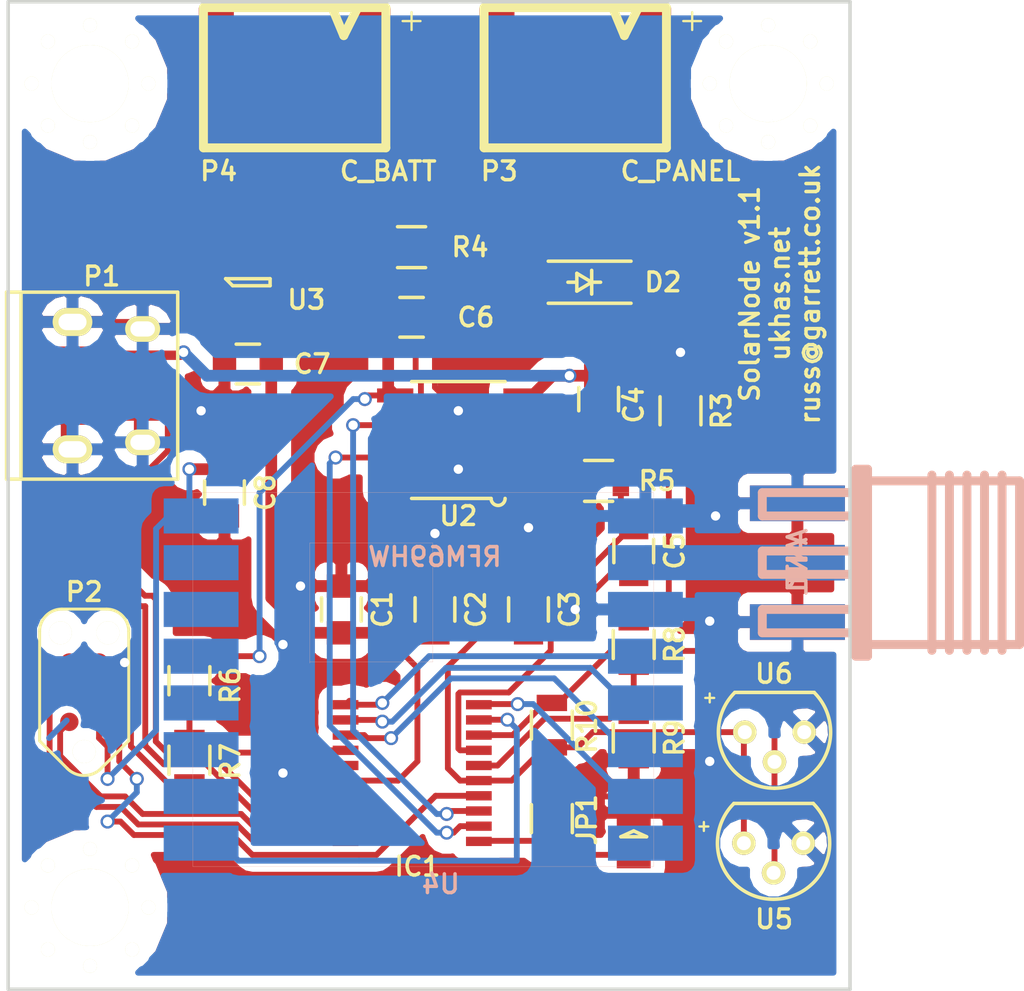
<source format=kicad_pcb>
(kicad_pcb (version 4) (host pcbnew 4.0.2-stable)

  (general
    (links 87)
    (no_connects 0)
    (area 158.89 94.415 205.390101 139.685)
    (thickness 1.6)
    (drawings 9)
    (tracks 334)
    (zones 0)
    (modules 33)
    (nets 25)
  )

  (page A4)
  (layers
    (0 F.Cu signal)
    (31 B.Cu signal)
    (32 B.Adhes user)
    (33 F.Adhes user)
    (34 B.Paste user)
    (35 F.Paste user)
    (36 B.SilkS user)
    (37 F.SilkS user)
    (38 B.Mask user)
    (39 F.Mask user)
    (40 Dwgs.User user)
    (41 Cmts.User user)
    (42 Eco1.User user)
    (43 Eco2.User user)
    (44 Edge.Cuts user)
    (45 Margin user)
    (46 B.CrtYd user)
    (47 F.CrtYd user)
    (48 B.Fab user)
    (49 F.Fab user hide)
  )

  (setup
    (last_trace_width 0.25)
    (trace_clearance 0.2)
    (zone_clearance 0.6)
    (zone_45_only no)
    (trace_min 0.2)
    (segment_width 0.2)
    (edge_width 0.15)
    (via_size 0.6)
    (via_drill 0.4)
    (via_min_size 0.4)
    (via_min_drill 0.3)
    (uvia_size 0.3)
    (uvia_drill 0.1)
    (uvias_allowed no)
    (uvia_min_size 0.2)
    (uvia_min_drill 0.1)
    (pcb_text_width 0.3)
    (pcb_text_size 2 2)
    (mod_edge_width 0.15)
    (mod_text_size 0.8 0.8)
    (mod_text_width 0.15)
    (pad_size 0.6 0.6)
    (pad_drill 0.4)
    (pad_to_mask_clearance 0.2)
    (aux_axis_origin 161.75 138.25)
    (grid_origin 161.75 138.25)
    (visible_elements FFFFFF7F)
    (pcbplotparams
      (layerselection 0x010f0_80000001)
      (usegerberextensions true)
      (excludeedgelayer true)
      (linewidth 0.100000)
      (plotframeref false)
      (viasonmask false)
      (mode 1)
      (useauxorigin true)
      (hpglpennumber 1)
      (hpglpenspeed 20)
      (hpglpendiameter 15)
      (hpglpenoverlay 2)
      (psnegative false)
      (psa4output false)
      (plotreference true)
      (plotvalue true)
      (plotinvisibletext false)
      (padsonsilk true)
      (subtractmaskfromsilk false)
      (outputformat 1)
      (mirror false)
      (drillshape 0)
      (scaleselection 1)
      (outputdirectory output/))
  )

  (net 0 "")
  (net 1 "Net-(ANT1-Pad1)")
  (net 2 GND)
  (net 3 VCC)
  (net 4 Vsupp)
  (net 5 Icharge)
  (net 6 +BATT)
  (net 7 "Net-(D1-Pad2)")
  (net 8 BATT_CHARGE)
  (net 9 BATT_OK)
  (net 10 NRST)
  (net 11 Vsuppmon)
  (net 12 ONEWIRE)
  (net 13 "Net-(IC1-Pad10)")
  (net 14 "Net-(IC1-Pad11)")
  (net 15 "Net-(IC1-Pad12)")
  (net 16 "Net-(IC1-Pad13)")
  (net 17 Vbattmon)
  (net 18 "Net-(IC1-Pad17)")
  (net 19 "Net-(IC1-Pad18)")
  (net 20 SWDIO)
  (net 21 SWCLK)
  (net 22 "Net-(R3-Pad1)")
  (net 23 "Net-(R4-Pad2)")
  (net 24 RFM_RST)

  (net_class Default "This is the default net class."
    (clearance 0.2)
    (trace_width 0.25)
    (via_dia 0.6)
    (via_drill 0.4)
    (uvia_dia 0.3)
    (uvia_drill 0.1)
    (add_net BATT_CHARGE)
    (add_net BATT_OK)
    (add_net GND)
    (add_net Icharge)
    (add_net NRST)
    (add_net "Net-(ANT1-Pad1)")
    (add_net "Net-(D1-Pad2)")
    (add_net "Net-(IC1-Pad10)")
    (add_net "Net-(IC1-Pad11)")
    (add_net "Net-(IC1-Pad12)")
    (add_net "Net-(IC1-Pad13)")
    (add_net "Net-(IC1-Pad17)")
    (add_net "Net-(IC1-Pad18)")
    (add_net "Net-(R3-Pad1)")
    (add_net "Net-(R4-Pad2)")
    (add_net ONEWIRE)
    (add_net RFM_RST)
    (add_net SWCLK)
    (add_net SWDIO)
    (add_net VCC)
    (add_net Vbattmon)
    (add_net Vsuppmon)
  )

  (net_class Power ""
    (clearance 0.2)
    (trace_width 0.5)
    (via_dia 0.6)
    (via_drill 0.4)
    (uvia_dia 0.3)
    (uvia_drill 0.1)
    (add_net +BATT)
    (add_net Vsupp)
  )

  (module Tag-Connect:TC2030-NL_SMALL (layer F.Cu) (tedit 573DC205) (tstamp 571236F7)
    (at 165 125.54 90)
    (descr "Tag-Connect TC2030-NL footprint by carloscuev@gmail.com")
    (tags "Tag-Connect TC2030-NL")
    (path /570EA0A9)
    (clearance 0.127)
    (attr virtual)
    (fp_text reference P2 (at 4.29 0 180) (layer F.SilkS)
      (effects (font (size 0.8 0.8) (thickness 0.15)))
    )
    (fp_text value TC2030-CTX (at 2.79 -2.5 90) (layer F.Fab)
      (effects (font (size 0.8 0.8) (thickness 0.15)))
    )
    (fp_line (start 2.6035 1.905) (end -2.0828 1.905) (layer F.SilkS) (width 0.127))
    (fp_line (start 2.6035 -1.905) (end -2.0828 -1.905) (layer F.SilkS) (width 0.127))
    (fp_line (start -3.2639 0.7239) (end -2.0828 1.905) (layer F.SilkS) (width 0.127))
    (fp_line (start -3.2639 -0.7239) (end -2.0828 -1.905) (layer F.SilkS) (width 0.127))
    (fp_arc (start -2.54 0) (end -3.2639 0.7239) (angle 90) (layer F.SilkS) (width 0.127))
    (fp_line (start 3.556 -0.9525) (end 3.556 0.9525) (layer F.SilkS) (width 0.127))
    (fp_arc (start 2.6035 0.9525) (end 3.556 0.9525) (angle 90) (layer F.SilkS) (width 0.127))
    (fp_arc (start 2.6035 -0.9525) (end 2.6035 -1.905) (angle 90) (layer F.SilkS) (width 0.127))
    (pad 1 connect circle (at -1.27 0.635 90) (size 0.78486 0.78486) (layers F.Cu F.Mask)
      (net 3 VCC))
    (pad 2 connect circle (at -1.27 -0.635 90) (size 0.78486 0.78486) (layers F.Cu F.Mask)
      (net 20 SWDIO))
    (pad 3 connect circle (at 0 0.635 90) (size 0.78486 0.78486) (layers F.Cu F.Mask)
      (net 10 NRST))
    (pad 4 connect circle (at 0 -0.635 90) (size 0.78486 0.78486) (layers F.Cu F.Mask)
      (net 21 SWCLK))
    (pad 5 connect circle (at 1.27 0.635 90) (size 0.78486 0.78486) (layers F.Cu F.Mask)
      (net 2 GND))
    (pad 6 connect circle (at 1.27 -0.635 90) (size 0.78486 0.78486) (layers F.Cu F.Mask))
    (pad "" np_thru_hole circle (at -2.54 0 90) (size 0.98806 0.98806) (drill 0.98806) (layers *.Cu *.Mask F.SilkS))
    (pad "" np_thru_hole circle (at 2.54 -1.016 90) (size 0.98552 0.98552) (drill 0.98552) (layers *.Cu *.Mask F.SilkS))
    (pad "" np_thru_hole circle (at 2.54 1.016 90) (size 0.98552 0.98552) (drill 0.98552) (layers *.Cu *.Mask F.SilkS))
  )

  (module tinkerforge:RFM69HW (layer B.Cu) (tedit 547EFFE4) (tstamp 5712376D)
    (at 179.5 125)
    (path /570EA289)
    (fp_text reference U4 (at 0.75 8.75) (layer B.SilkS)
      (effects (font (size 0.8 0.8) (thickness 0.15)) (justify mirror))
    )
    (fp_text value RFM69HW (at 0.5 -5.25) (layer B.SilkS)
      (effects (font (size 0.8 0.8) (thickness 0.15)) (justify mirror))
    )
    (fp_line (start -4.85 -0.7) (end -4.85 -5.85) (layer B.SilkS) (width 0.01))
    (fp_line (start -4.85 -5.85) (end 0.4 -5.85) (layer B.SilkS) (width 0.01))
    (fp_line (start 0.4 -5.85) (end 0.4 -0.75) (layer B.SilkS) (width 0.01))
    (fp_line (start 0.4 -0.75) (end -4.85 -0.75) (layer B.SilkS) (width 0.01))
    (fp_line (start -9.85 8) (end 9.85 8) (layer B.SilkS) (width 0.01))
    (fp_line (start 9.85 8) (end 9.85 -8) (layer B.SilkS) (width 0.01))
    (fp_line (start 9.85 -8) (end -9.85 -8) (layer B.SilkS) (width 0.01))
    (fp_line (start -9.85 -8) (end -9.85 8) (layer B.SilkS) (width 0.01))
    (pad 9 smd rect (at -9.5 7) (size 3.2 1.5) (layers B.Cu B.Paste B.Mask)
      (net 24 RFM_RST))
    (pad 10 smd rect (at -9.5 5) (size 3.2 1.5) (layers B.Cu B.Paste B.Mask))
    (pad 11 smd rect (at -9.5 3) (size 3.2 1.5) (layers B.Cu B.Paste B.Mask))
    (pad 12 smd rect (at -9.5 1) (size 3.2 1.5) (layers B.Cu B.Paste B.Mask))
    (pad 13 smd rect (at -9.5 -1) (size 3.2 1.5) (layers B.Cu B.Paste B.Mask))
    (pad 14 smd rect (at -9.5 -3) (size 3.2 1.5) (layers B.Cu B.Paste B.Mask))
    (pad 15 smd rect (at -9.5 -5) (size 3.2 1.5) (layers B.Cu B.Paste B.Mask))
    (pad 16 smd rect (at -9.5 -7) (size 3.2 1.5) (layers B.Cu B.Paste B.Mask)
      (net 3 VCC))
    (pad 8 smd rect (at 9.5 -7 180) (size 3.2 1.5) (layers B.Cu B.Paste B.Mask)
      (net 2 GND))
    (pad 7 smd rect (at 9.5 -5 180) (size 3.2 1.5) (layers B.Cu B.Paste B.Mask)
      (net 1 "Net-(ANT1-Pad1)"))
    (pad 6 smd rect (at 9.5 -3 180) (size 3.2 1.5) (layers B.Cu B.Paste B.Mask)
      (net 2 GND))
    (pad 5 smd rect (at 9.5 -1 180) (size 3.2 1.5) (layers B.Cu B.Paste B.Mask)
      (net 14 "Net-(IC1-Pad11)"))
    (pad 4 smd rect (at 9.5 1 180) (size 3.2 1.5) (layers B.Cu B.Paste B.Mask)
      (net 15 "Net-(IC1-Pad12)"))
    (pad 3 smd rect (at 9.5 3 180) (size 3.2 1.5) (layers B.Cu B.Paste B.Mask)
      (net 16 "Net-(IC1-Pad13)"))
    (pad 2 smd rect (at 9.5 5 180) (size 3.2 1.5) (layers B.Cu B.Paste B.Mask)
      (net 13 "Net-(IC1-Pad10)"))
    (pad 1 smd rect (at 9.5 7 180) (size 3.2 1.5) (layers B.Cu B.Paste B.Mask))
  )

  (module tinkerforge:CON-SMA-EDGE (layer B.Cu) (tedit 4D2E2BC5) (tstamp 5712367F)
    (at 195.5 120 270)
    (path /570EBF25)
    (fp_text reference ANT1 (at 0 0 270) (layer B.SilkS)
      (effects (font (size 0.8 0.8) (thickness 0.15)) (justify mirror))
    )
    (fp_text value ANT (at 0 0 270) (layer B.SilkS)
      (effects (font (size 0.8 0.8) (thickness 0.15)) (justify mirror))
    )
    (fp_line (start 3.74904 -8.7503) (end -3.74904 -8.7503) (layer B.SilkS) (width 0.381))
    (fp_line (start -3.74904 -8.001) (end 3.74904 -8.001) (layer B.SilkS) (width 0.381))
    (fp_line (start 3.74904 -7.24916) (end -3.74904 -7.24916) (layer B.SilkS) (width 0.381))
    (fp_line (start -3.74904 -5.75056) (end 3.74904 -5.75056) (layer B.SilkS) (width 0.381))
    (fp_line (start 3.74904 -6.49986) (end -3.74904 -6.49986) (layer B.SilkS) (width 0.381))
    (fp_line (start -3.50012 -9.4996) (end 3.50012 -9.4996) (layer B.SilkS) (width 0.381))
    (fp_line (start 3.50012 -9.4996) (end 3.50012 -8.99922) (layer B.SilkS) (width 0.381))
    (fp_line (start -4.0005 -2.99974) (end -4.0005 -2.49936) (layer B.SilkS) (width 0.381))
    (fp_line (start 4.0005 -2.99974) (end 4.0005 -2.49936) (layer B.SilkS) (width 0.381))
    (fp_line (start 4.0005 -2.75082) (end -4.0005 -2.75082) (layer B.SilkS) (width 0.381))
    (fp_line (start -4.0005 -2.99974) (end 4.0005 -2.99974) (layer B.SilkS) (width 0.381))
    (fp_line (start 1.99898 -2.49936) (end 1.99898 1.50114) (layer B.SilkS) (width 0.381))
    (fp_line (start 1.99898 1.50114) (end 2.99974 1.50114) (layer B.SilkS) (width 0.381))
    (fp_line (start 2.99974 1.50114) (end 2.99974 -2.49936) (layer B.SilkS) (width 0.381))
    (fp_line (start -0.50038 -2.49936) (end -0.50038 1.50114) (layer B.SilkS) (width 0.381))
    (fp_line (start -0.50038 1.50114) (end 0.50038 1.50114) (layer B.SilkS) (width 0.381))
    (fp_line (start 0.50038 1.50114) (end 0.50038 -2.49936) (layer B.SilkS) (width 0.381))
    (fp_line (start -2.99974 -2.49936) (end -2.99974 1.50114) (layer B.SilkS) (width 0.381))
    (fp_line (start -2.99974 1.50114) (end -1.99898 1.50114) (layer B.SilkS) (width 0.381))
    (fp_line (start -1.99898 1.50114) (end -1.99898 -2.49936) (layer B.SilkS) (width 0.381))
    (fp_line (start -3.50012 -9.4996) (end -3.50012 -2.49936) (layer B.SilkS) (width 0.381))
    (fp_line (start -4.0005 -2.49936) (end 4.0005 -2.49936) (layer B.SilkS) (width 0.381))
    (fp_line (start 3.50012 -2.49936) (end 3.50012 -8.99922) (layer B.SilkS) (width 0.381))
    (pad 1 smd rect (at 0 0 270) (size 1.524 4.064) (layers B.Cu B.Paste B.Mask)
      (net 1 "Net-(ANT1-Pad1)"))
    (pad 2 smd rect (at -2.54 0 270) (size 1.524 4.064) (layers B.Cu B.Paste B.Mask)
      (net 2 GND))
    (pad 4 smd rect (at 2.54 0 270) (size 1.524 4.064) (layers B.Cu B.Paste B.Mask)
      (net 2 GND))
    (pad 3 smd rect (at -2.54 0 270) (size 1.524 4.064) (layers F.Cu F.Paste F.Mask)
      (net 2 GND))
    (pad 5 smd rect (at 2.54 0 270) (size 1.524 4.064) (layers F.Cu F.Paste F.Mask)
      (net 2 GND))
  )

  (module Capacitors_SMD:C_0805 (layer F.Cu) (tedit 57123B53) (tstamp 57123685)
    (at 176 122 90)
    (descr "Capacitor SMD 0805, reflow soldering, AVX (see smccp.pdf)")
    (tags "capacitor 0805")
    (path /5710E429)
    (attr smd)
    (fp_text reference C1 (at 0 1.75 270) (layer F.SilkS)
      (effects (font (size 0.8 0.8) (thickness 0.15)))
    )
    (fp_text value 4.7u (at 0 1.5 90) (layer F.Fab)
      (effects (font (size 0.8 0.8) (thickness 0.15)))
    )
    (fp_line (start -1.8 -1) (end 1.8 -1) (layer F.CrtYd) (width 0.05))
    (fp_line (start -1.8 1) (end 1.8 1) (layer F.CrtYd) (width 0.05))
    (fp_line (start -1.8 -1) (end -1.8 1) (layer F.CrtYd) (width 0.05))
    (fp_line (start 1.8 -1) (end 1.8 1) (layer F.CrtYd) (width 0.05))
    (fp_line (start 0.5 -0.85) (end -0.5 -0.85) (layer F.SilkS) (width 0.15))
    (fp_line (start -0.5 0.85) (end 0.5 0.85) (layer F.SilkS) (width 0.15))
    (pad 1 smd rect (at -1 0 90) (size 1 1.25) (layers F.Cu F.Paste F.Mask)
      (net 3 VCC))
    (pad 2 smd rect (at 1 0 90) (size 1 1.25) (layers F.Cu F.Paste F.Mask)
      (net 2 GND))
    (model Capacitors_SMD.3dshapes/C_0805.wrl
      (at (xyz 0 0 0))
      (scale (xyz 1 1 1))
      (rotate (xyz 0 0 0))
    )
  )

  (module Capacitors_SMD:C_0805 (layer F.Cu) (tedit 57123B6A) (tstamp 5712368B)
    (at 180 122 90)
    (descr "Capacitor SMD 0805, reflow soldering, AVX (see smccp.pdf)")
    (tags "capacitor 0805")
    (path /5710E301)
    (attr smd)
    (fp_text reference C2 (at 0 1.75 270) (layer F.SilkS)
      (effects (font (size 0.8 0.8) (thickness 0.15)))
    )
    (fp_text value 100n (at 0 1.5 90) (layer F.Fab)
      (effects (font (size 0.8 0.8) (thickness 0.15)))
    )
    (fp_line (start -1.8 -1) (end 1.8 -1) (layer F.CrtYd) (width 0.05))
    (fp_line (start -1.8 1) (end 1.8 1) (layer F.CrtYd) (width 0.05))
    (fp_line (start -1.8 -1) (end -1.8 1) (layer F.CrtYd) (width 0.05))
    (fp_line (start 1.8 -1) (end 1.8 1) (layer F.CrtYd) (width 0.05))
    (fp_line (start 0.5 -0.85) (end -0.5 -0.85) (layer F.SilkS) (width 0.15))
    (fp_line (start -0.5 0.85) (end 0.5 0.85) (layer F.SilkS) (width 0.15))
    (pad 1 smd rect (at -1 0 90) (size 1 1.25) (layers F.Cu F.Paste F.Mask)
      (net 3 VCC))
    (pad 2 smd rect (at 1 0 90) (size 1 1.25) (layers F.Cu F.Paste F.Mask)
      (net 2 GND))
    (model Capacitors_SMD.3dshapes/C_0805.wrl
      (at (xyz 0 0 0))
      (scale (xyz 1 1 1))
      (rotate (xyz 0 0 0))
    )
  )

  (module Capacitors_SMD:C_0805 (layer F.Cu) (tedit 5415D6EA) (tstamp 57123691)
    (at 184 122 90)
    (descr "Capacitor SMD 0805, reflow soldering, AVX (see smccp.pdf)")
    (tags "capacitor 0805")
    (path /5710E38A)
    (attr smd)
    (fp_text reference C3 (at 0 1.75 270) (layer F.SilkS)
      (effects (font (size 0.8 0.8) (thickness 0.15)))
    )
    (fp_text value 100n (at 0 1.5 90) (layer F.Fab)
      (effects (font (size 0.8 0.8) (thickness 0.15)))
    )
    (fp_line (start -1.8 -1) (end 1.8 -1) (layer F.CrtYd) (width 0.05))
    (fp_line (start -1.8 1) (end 1.8 1) (layer F.CrtYd) (width 0.05))
    (fp_line (start -1.8 -1) (end -1.8 1) (layer F.CrtYd) (width 0.05))
    (fp_line (start 1.8 -1) (end 1.8 1) (layer F.CrtYd) (width 0.05))
    (fp_line (start 0.5 -0.85) (end -0.5 -0.85) (layer F.SilkS) (width 0.15))
    (fp_line (start -0.5 0.85) (end 0.5 0.85) (layer F.SilkS) (width 0.15))
    (pad 1 smd rect (at -1 0 90) (size 1 1.25) (layers F.Cu F.Paste F.Mask)
      (net 3 VCC))
    (pad 2 smd rect (at 1 0 90) (size 1 1.25) (layers F.Cu F.Paste F.Mask)
      (net 2 GND))
    (model Capacitors_SMD.3dshapes/C_0805.wrl
      (at (xyz 0 0 0))
      (scale (xyz 1 1 1))
      (rotate (xyz 0 0 0))
    )
  )

  (module Capacitors_SMD:C_0805 (layer F.Cu) (tedit 57123FCE) (tstamp 57123697)
    (at 187 113 90)
    (descr "Capacitor SMD 0805, reflow soldering, AVX (see smccp.pdf)")
    (tags "capacitor 0805")
    (path /570F84D5)
    (attr smd)
    (fp_text reference C4 (at -0.25 1.5 90) (layer F.SilkS)
      (effects (font (size 0.8 0.8) (thickness 0.15)))
    )
    (fp_text value 22u (at 0 1.5 90) (layer F.Fab)
      (effects (font (size 0.8 0.8) (thickness 0.15)))
    )
    (fp_line (start -1.8 -1) (end 1.8 -1) (layer F.CrtYd) (width 0.05))
    (fp_line (start -1.8 1) (end 1.8 1) (layer F.CrtYd) (width 0.05))
    (fp_line (start -1.8 -1) (end -1.8 1) (layer F.CrtYd) (width 0.05))
    (fp_line (start 1.8 -1) (end 1.8 1) (layer F.CrtYd) (width 0.05))
    (fp_line (start 0.5 -0.85) (end -0.5 -0.85) (layer F.SilkS) (width 0.15))
    (fp_line (start -0.5 0.85) (end 0.5 0.85) (layer F.SilkS) (width 0.15))
    (pad 1 smd rect (at -1 0 90) (size 1 1.25) (layers F.Cu F.Paste F.Mask)
      (net 2 GND))
    (pad 2 smd rect (at 1 0 90) (size 1 1.25) (layers F.Cu F.Paste F.Mask)
      (net 4 Vsupp))
    (model Capacitors_SMD.3dshapes/C_0805.wrl
      (at (xyz 0 0 0))
      (scale (xyz 1 1 1))
      (rotate (xyz 0 0 0))
    )
  )

  (module Capacitors_SMD:C_0805 (layer F.Cu) (tedit 5415D6EA) (tstamp 5712369D)
    (at 188.5 119.5 270)
    (descr "Capacitor SMD 0805, reflow soldering, AVX (see smccp.pdf)")
    (tags "capacitor 0805")
    (path /570F8C7A)
    (attr smd)
    (fp_text reference C5 (at 0 -1.75 270) (layer F.SilkS)
      (effects (font (size 0.8 0.8) (thickness 0.15)))
    )
    (fp_text value C (at 0 1.5 270) (layer F.Fab)
      (effects (font (size 0.8 0.8) (thickness 0.15)))
    )
    (fp_line (start -1.8 -1) (end 1.8 -1) (layer F.CrtYd) (width 0.05))
    (fp_line (start -1.8 1) (end 1.8 1) (layer F.CrtYd) (width 0.05))
    (fp_line (start -1.8 -1) (end -1.8 1) (layer F.CrtYd) (width 0.05))
    (fp_line (start 1.8 -1) (end 1.8 1) (layer F.CrtYd) (width 0.05))
    (fp_line (start 0.5 -0.85) (end -0.5 -0.85) (layer F.SilkS) (width 0.15))
    (fp_line (start -0.5 0.85) (end 0.5 0.85) (layer F.SilkS) (width 0.15))
    (pad 1 smd rect (at -1 0 270) (size 1 1.25) (layers F.Cu F.Paste F.Mask)
      (net 5 Icharge))
    (pad 2 smd rect (at 1 0 270) (size 1 1.25) (layers F.Cu F.Paste F.Mask)
      (net 2 GND))
    (model Capacitors_SMD.3dshapes/C_0805.wrl
      (at (xyz 0 0 0))
      (scale (xyz 1 1 1))
      (rotate (xyz 0 0 0))
    )
  )

  (module Capacitors_SMD:C_0805 (layer F.Cu) (tedit 5712407B) (tstamp 571236A3)
    (at 179 109.5)
    (descr "Capacitor SMD 0805, reflow soldering, AVX (see smccp.pdf)")
    (tags "capacitor 0805")
    (path /570F82DD)
    (attr smd)
    (fp_text reference C6 (at 2.75 0) (layer F.SilkS)
      (effects (font (size 0.8 0.8) (thickness 0.15)))
    )
    (fp_text value 4.7u (at -2.5 0.5) (layer F.Fab)
      (effects (font (size 0.8 0.8) (thickness 0.15)))
    )
    (fp_line (start -1.8 -1) (end 1.8 -1) (layer F.CrtYd) (width 0.05))
    (fp_line (start -1.8 1) (end 1.8 1) (layer F.CrtYd) (width 0.05))
    (fp_line (start -1.8 -1) (end -1.8 1) (layer F.CrtYd) (width 0.05))
    (fp_line (start 1.8 -1) (end 1.8 1) (layer F.CrtYd) (width 0.05))
    (fp_line (start 0.5 -0.85) (end -0.5 -0.85) (layer F.SilkS) (width 0.15))
    (fp_line (start -0.5 0.85) (end 0.5 0.85) (layer F.SilkS) (width 0.15))
    (pad 1 smd rect (at -1 0) (size 1 1.25) (layers F.Cu F.Paste F.Mask)
      (net 6 +BATT))
    (pad 2 smd rect (at 1 0) (size 1 1.25) (layers F.Cu F.Paste F.Mask)
      (net 2 GND))
    (model Capacitors_SMD.3dshapes/C_0805.wrl
      (at (xyz 0 0 0))
      (scale (xyz 1 1 1))
      (rotate (xyz 0 0 0))
    )
  )

  (module Capacitors_SMD:C_0805 (layer F.Cu) (tedit 5415D6EA) (tstamp 571236A9)
    (at 172 111.5 180)
    (descr "Capacitor SMD 0805, reflow soldering, AVX (see smccp.pdf)")
    (tags "capacitor 0805")
    (path /570F99AD)
    (attr smd)
    (fp_text reference C7 (at -2.75 0 180) (layer F.SilkS)
      (effects (font (size 0.8 0.8) (thickness 0.15)))
    )
    (fp_text value 1u (at 0.75 -1.5 180) (layer F.Fab)
      (effects (font (size 0.8 0.8) (thickness 0.15)))
    )
    (fp_line (start -1.8 -1) (end 1.8 -1) (layer F.CrtYd) (width 0.05))
    (fp_line (start -1.8 1) (end 1.8 1) (layer F.CrtYd) (width 0.05))
    (fp_line (start -1.8 -1) (end -1.8 1) (layer F.CrtYd) (width 0.05))
    (fp_line (start 1.8 -1) (end 1.8 1) (layer F.CrtYd) (width 0.05))
    (fp_line (start 0.5 -0.85) (end -0.5 -0.85) (layer F.SilkS) (width 0.15))
    (fp_line (start -0.5 0.85) (end 0.5 0.85) (layer F.SilkS) (width 0.15))
    (pad 1 smd rect (at -1 0 180) (size 1 1.25) (layers F.Cu F.Paste F.Mask)
      (net 3 VCC))
    (pad 2 smd rect (at 1 0 180) (size 1 1.25) (layers F.Cu F.Paste F.Mask)
      (net 2 GND))
    (model Capacitors_SMD.3dshapes/C_0805.wrl
      (at (xyz 0 0 0))
      (scale (xyz 1 1 1))
      (rotate (xyz 0 0 0))
    )
  )

  (module Capacitors_SMD:C_0805 (layer F.Cu) (tedit 571242A7) (tstamp 571236AF)
    (at 171 117 270)
    (descr "Capacitor SMD 0805, reflow soldering, AVX (see smccp.pdf)")
    (tags "capacitor 0805")
    (path /5710DE1F)
    (attr smd)
    (fp_text reference C8 (at 0 -1.75 450) (layer F.SilkS)
      (effects (font (size 0.8 0.8) (thickness 0.15)))
    )
    (fp_text value 100n (at 0 1.5 270) (layer F.Fab)
      (effects (font (size 0.8 0.8) (thickness 0.15)))
    )
    (fp_line (start -1.8 -1) (end 1.8 -1) (layer F.CrtYd) (width 0.05))
    (fp_line (start -1.8 1) (end 1.8 1) (layer F.CrtYd) (width 0.05))
    (fp_line (start -1.8 -1) (end -1.8 1) (layer F.CrtYd) (width 0.05))
    (fp_line (start 1.8 -1) (end 1.8 1) (layer F.CrtYd) (width 0.05))
    (fp_line (start 0.5 -0.85) (end -0.5 -0.85) (layer F.SilkS) (width 0.15))
    (fp_line (start -0.5 0.85) (end 0.5 0.85) (layer F.SilkS) (width 0.15))
    (pad 1 smd rect (at -1 0 270) (size 1 1.25) (layers F.Cu F.Paste F.Mask)
      (net 3 VCC))
    (pad 2 smd rect (at 1 0 270) (size 1 1.25) (layers F.Cu F.Paste F.Mask)
      (net 2 GND))
    (model Capacitors_SMD.3dshapes/C_0805.wrl
      (at (xyz 0 0 0))
      (scale (xyz 1 1 1))
      (rotate (xyz 0 0 0))
    )
  )

  (module agg:0805-LED (layer F.Cu) (tedit 568457C2) (tstamp 571236B5)
    (at 188.5 131.6 270)
    (path /5710F743)
    (fp_text reference D1 (at -0.1 1.25 450) (layer F.Fab)
      (effects (font (size 0.8 0.8) (thickness 0.15)))
    )
    (fp_text value Status (at 2.425 0 360) (layer F.Fab)
      (effects (font (size 0.8 0.8) (thickness 0.15)))
    )
    (fp_line (start -1 -0.625) (end 1 -0.625) (layer F.Fab) (width 0.01))
    (fp_line (start 1 -0.625) (end 1 0.625) (layer F.Fab) (width 0.01))
    (fp_line (start 1 0.625) (end -1 0.625) (layer F.Fab) (width 0.01))
    (fp_line (start -1 0.625) (end -1 -0.625) (layer F.Fab) (width 0.01))
    (fp_line (start -0.5 -0.625) (end -0.5 0.625) (layer F.Fab) (width 0.01))
    (fp_line (start -0.5 -0.625) (end -0.5 0.625) (layer F.Fab) (width 0.01))
    (fp_line (start 0.5 -0.625) (end 0.5 0.625) (layer F.Fab) (width 0.01))
    (fp_line (start -0.125 0) (end 0.125 -0.55) (layer F.SilkS) (width 0.15))
    (fp_line (start -0.125 0) (end 0.125 0.55) (layer F.SilkS) (width 0.15))
    (fp_line (start 0.125 -0.55) (end 0.125 0.55) (layer F.SilkS) (width 0.15))
    (fp_line (start -1.75 -1) (end 1.75 -1) (layer F.CrtYd) (width 0.01))
    (fp_line (start 1.75 -1) (end 1.75 1) (layer F.CrtYd) (width 0.01))
    (fp_line (start 1.75 1) (end -1.75 1) (layer F.CrtYd) (width 0.01))
    (fp_line (start -1.75 1) (end -1.75 -1) (layer F.CrtYd) (width 0.01))
    (pad 1 smd rect (at -0.9 0 270) (size 1.15 1.45) (layers F.Cu F.Paste F.Mask)
      (net 2 GND))
    (pad 2 smd rect (at 0.9 0 270) (size 1.15 1.45) (layers F.Cu F.Paste F.Mask)
      (net 7 "Net-(D1-Pad2)"))
  )

  (module Diodes_SMD:SOD-123 (layer F.Cu) (tedit 5530FCB9) (tstamp 571236BB)
    (at 186.385 108 180)
    (descr SOD-123)
    (tags SOD-123)
    (path /570F6F94)
    (attr smd)
    (fp_text reference D2 (at -3.365 0 180) (layer F.SilkS)
      (effects (font (size 0.8 0.8) (thickness 0.15)))
    )
    (fp_text value 6V (at -2.365 -1.75 180) (layer F.Fab)
      (effects (font (size 0.8 0.8) (thickness 0.15)))
    )
    (fp_line (start 0.3175 0) (end 0.6985 0) (layer F.SilkS) (width 0.15))
    (fp_line (start -0.6985 0) (end -0.3175 0) (layer F.SilkS) (width 0.15))
    (fp_line (start -0.3175 0) (end 0.3175 -0.381) (layer F.SilkS) (width 0.15))
    (fp_line (start 0.3175 -0.381) (end 0.3175 0.381) (layer F.SilkS) (width 0.15))
    (fp_line (start 0.3175 0.381) (end -0.3175 0) (layer F.SilkS) (width 0.15))
    (fp_line (start -0.3175 -0.508) (end -0.3175 0.508) (layer F.SilkS) (width 0.15))
    (fp_line (start -2.25 -1.05) (end 2.25 -1.05) (layer F.CrtYd) (width 0.05))
    (fp_line (start 2.25 -1.05) (end 2.25 1.05) (layer F.CrtYd) (width 0.05))
    (fp_line (start 2.25 1.05) (end -2.25 1.05) (layer F.CrtYd) (width 0.05))
    (fp_line (start -2.25 -1.05) (end -2.25 1.05) (layer F.CrtYd) (width 0.05))
    (fp_line (start -2 0.9) (end 1.54 0.9) (layer F.SilkS) (width 0.15))
    (fp_line (start -2 -0.9) (end 1.54 -0.9) (layer F.SilkS) (width 0.15))
    (pad 1 smd rect (at -1.635 0 180) (size 0.91 1.22) (layers F.Cu F.Paste F.Mask)
      (net 4 Vsupp))
    (pad 2 smd rect (at 1.635 0 180) (size 0.91 1.22) (layers F.Cu F.Paste F.Mask)
      (net 2 GND))
  )

  (module tinkerforge:TSSOP20 (layer F.Cu) (tedit 573DC2DA) (tstamp 571236D3)
    (at 179.02718 129 90)
    (path /57115539)
    (fp_text reference IC1 (at -4 0.22282 180) (layer F.SilkS)
      (effects (font (size 0.8 0.8) (thickness 0.15)))
    )
    (fp_text value STM32F0xxFxPx (at -4 -0.02718 180) (layer F.Fab)
      (effects (font (size 0.8 0.8) (thickness 0.15)))
    )
    (fp_line (start -3.24866 -2.19964) (end 3.24866 -2.19964) (layer F.SilkS) (width 0.001))
    (fp_line (start 3.24866 -2.19964) (end 3.24866 2.19964) (layer F.SilkS) (width 0.001))
    (fp_line (start -3.24866 2.19964) (end 3.24866 2.19964) (layer F.SilkS) (width 0.001))
    (fp_line (start -3.24866 -2.19964) (end -3.24866 2.19964) (layer F.SilkS) (width 0.001))
    (fp_line (start -3.24866 1.59766) (end -2.64922 2.19964) (layer F.SilkS) (width 0.001))
    (pad 1 smd rect (at -2.92354 2.84988 270) (size 0.39878 1.09982) (layers F.Cu F.Paste F.Mask)
      (net 7 "Net-(D1-Pad2)"))
    (pad 2 smd rect (at -2.2733 2.84988 270) (size 0.39878 1.09982) (layers F.Cu F.Paste F.Mask)
      (net 8 BATT_CHARGE))
    (pad 3 smd rect (at -1.62306 2.84988 270) (size 0.39878 1.09982) (layers F.Cu F.Paste F.Mask)
      (net 9 BATT_OK))
    (pad 4 smd rect (at -0.97282 2.84988 270) (size 0.39878 1.09982) (layers F.Cu F.Paste F.Mask)
      (net 10 NRST))
    (pad 5 smd rect (at -0.32258 2.84988 270) (size 0.39878 1.09982) (layers F.Cu F.Paste F.Mask)
      (net 3 VCC))
    (pad 6 smd rect (at 0.32258 2.84988 270) (size 0.39878 1.09982) (layers F.Cu F.Paste F.Mask)
      (net 11 Vsuppmon))
    (pad 7 smd rect (at 0.97282 2.84988 270) (size 0.39878 1.09982) (layers F.Cu F.Paste F.Mask)
      (net 5 Icharge))
    (pad 8 smd rect (at 1.62306 2.84988 270) (size 0.39878 1.09982) (layers F.Cu F.Paste F.Mask)
      (net 12 ONEWIRE))
    (pad 9 smd rect (at 2.2733 2.84988 270) (size 0.39878 1.09982) (layers F.Cu F.Paste F.Mask)
      (net 24 RFM_RST))
    (pad 10 smd rect (at 2.92354 2.84988 270) (size 0.39878 1.09982) (layers F.Cu F.Paste F.Mask)
      (net 13 "Net-(IC1-Pad10)"))
    (pad 11 smd rect (at 2.92354 -2.84988 90) (size 0.39878 1.09982) (layers F.Cu F.Paste F.Mask)
      (net 14 "Net-(IC1-Pad11)"))
    (pad 12 smd rect (at 2.2733 -2.84988 90) (size 0.39878 1.09982) (layers F.Cu F.Paste F.Mask)
      (net 15 "Net-(IC1-Pad12)"))
    (pad 13 smd rect (at 1.62306 -2.84988 90) (size 0.39878 1.09982) (layers F.Cu F.Paste F.Mask)
      (net 16 "Net-(IC1-Pad13)"))
    (pad 14 smd rect (at 0.97282 -2.84988 90) (size 0.39878 1.09982) (layers F.Cu F.Paste F.Mask)
      (net 17 Vbattmon))
    (pad 15 smd rect (at 0.32258 -2.84988 90) (size 0.39878 1.09982) (layers F.Cu F.Paste F.Mask)
      (net 2 GND))
    (pad 16 smd rect (at -0.32258 -2.84988 90) (size 0.39878 1.09982) (layers F.Cu F.Paste F.Mask)
      (net 3 VCC))
    (pad 17 smd rect (at -0.97282 -2.84988 90) (size 0.39878 1.09982) (layers F.Cu F.Paste F.Mask)
      (net 18 "Net-(IC1-Pad17)"))
    (pad 18 smd rect (at -1.62306 -2.84988 90) (size 0.39878 1.09982) (layers F.Cu F.Paste F.Mask)
      (net 19 "Net-(IC1-Pad18)"))
    (pad 19 smd rect (at -2.2733 -2.84988 90) (size 0.39878 1.09982) (layers F.Cu F.Paste F.Mask)
      (net 20 SWDIO))
    (pad 20 smd rect (at -2.92354 -2.84988 90) (size 0.39878 1.09982) (layers F.Cu F.Paste F.Mask)
      (net 21 SWCLK))
    (model ../../packages3d/Housings_SSOP.3dshapes/TSSOP-20_4.4x6.5mm_Pitch0.65mm.wrl
      (at (xyz 0 0 0))
      (scale (xyz 1 1 1))
      (rotate (xyz 0 0 0))
    )
  )

  (module Connect:USB_Micro-B_10103594-0001LF (layer F.Cu) (tedit 57124367) (tstamp 571236EA)
    (at 165.875 112.425 270)
    (descr "Micro USB Type B 10103594-0001LF")
    (tags "USB USB_B USB_micro USB_OTG")
    (path /570EC118)
    (attr smd)
    (fp_text reference P1 (at -4.675 0.125 360) (layer F.SilkS)
      (effects (font (size 0.8 0.8) (thickness 0.15)))
    )
    (fp_text value USB_OTG (at 1.85 6 270) (layer F.Fab) hide
      (effects (font (size 0.8 0.8) (thickness 0.15)))
    )
    (fp_line (start -4.25 -3.4) (end 4.25 -3.4) (layer F.CrtYd) (width 0.05))
    (fp_line (start 4.25 -3.4) (end 4.25 4.45) (layer F.CrtYd) (width 0.05))
    (fp_line (start 4.25 4.45) (end -4.25 4.45) (layer F.CrtYd) (width 0.05))
    (fp_line (start -4.25 4.45) (end -4.25 -3.4) (layer F.CrtYd) (width 0.05))
    (fp_line (start -4 4.195) (end 4 4.195) (layer F.SilkS) (width 0.15))
    (fp_line (start -4 -3.125) (end 4 -3.125) (layer F.SilkS) (width 0.15))
    (fp_line (start 4 -3.125) (end 4 4.195) (layer F.SilkS) (width 0.15))
    (fp_line (start 4 3.575) (end -4 3.575) (layer F.SilkS) (width 0.15))
    (fp_line (start -4 4.195) (end -4 -3.125) (layer F.SilkS) (width 0.15))
    (pad 1 smd rect (at -1.3 -1.5) (size 1.65 0.4) (layers F.Cu F.Paste F.Mask)
      (net 4 Vsupp))
    (pad 2 smd rect (at -0.65 -1.5) (size 1.65 0.4) (layers F.Cu F.Paste F.Mask)
      (net 18 "Net-(IC1-Pad17)"))
    (pad 3 smd rect (at -0.0009 -1.5) (size 1.65 0.4) (layers F.Cu F.Paste F.Mask)
      (net 19 "Net-(IC1-Pad18)"))
    (pad 4 smd rect (at 0.65 -1.5) (size 1.65 0.4) (layers F.Cu F.Paste F.Mask))
    (pad 5 smd rect (at 1.3 -1.5) (size 1.65 0.4) (layers F.Cu F.Paste F.Mask)
      (net 2 GND))
    (pad 6 thru_hole oval (at -2.425 -1.625) (size 1.5 1.1) (drill oval 1.05 0.65) (layers *.Cu *.Mask F.SilkS)
      (net 2 GND))
    (pad 6 thru_hole oval (at 2.425 -1.625) (size 1.5 1.1) (drill oval 1.05 0.65) (layers *.Cu *.Mask F.SilkS)
      (net 2 GND))
    (pad 6 thru_hole oval (at -2.725 1.375) (size 1.7 1.2) (drill oval 1.2 0.7) (layers *.Cu *.Mask F.SilkS)
      (net 2 GND))
    (pad 6 thru_hole oval (at 2.725 1.375) (size 1.7 1.2) (drill oval 1.2 0.7) (layers *.Cu *.Mask F.SilkS)
      (net 2 GND))
    (pad 6 smd rect (at -0.9625 1.625) (size 2.5 1.425) (layers F.Cu F.Paste F.Mask)
      (net 2 GND))
    (pad 6 smd rect (at 0.9625 1.625) (size 2.5 1.425) (layers F.Cu F.Paste F.Mask)
      (net 2 GND))
  )

  (module tinkerforge:JST-PH-2 (layer F.Cu) (tedit 542D6671) (tstamp 571236FF)
    (at 186 96.25 180)
    (path /570F6DA2)
    (fp_text reference P3 (at 3.25 -7 180) (layer F.SilkS)
      (effects (font (size 0.8 0.8) (thickness 0.15)))
    )
    (fp_text value C_PANEL (at -4.5 -7 180) (layer F.SilkS)
      (effects (font (size 0.8 0.8) (thickness 0.15)))
    )
    (fp_line (start -2.7 0) (end -2.1 -1.2) (layer F.SilkS) (width 0.381))
    (fp_line (start -2.1 -1.2) (end -1.6 0) (layer F.SilkS) (width 0.381))
    (fp_line (start 3.9 0) (end -3.9 0) (layer F.SilkS) (width 0.381))
    (fp_line (start -3.9 0) (end -3.9 -6) (layer F.SilkS) (width 0.381))
    (fp_line (start -3.9 -6) (end 3.9 -6) (layer F.SilkS) (width 0.381))
    (fp_line (start 3.9 -6) (end 3.9 0) (layer F.SilkS) (width 0.381))
    (pad EP smd rect (at -3.35 -1.7 180) (size 1.5 3.4) (layers F.Cu F.Paste F.Mask))
    (pad EP smd rect (at 3.35 -1.7 180) (size 1.5 3.4) (layers F.Cu F.Paste F.Mask))
    (pad 1 smd rect (at -1 -7.25 180) (size 1 3.5) (layers F.Cu F.Paste F.Mask)
      (net 4 Vsupp))
    (pad 2 smd rect (at 1 -7.25 180) (size 1 3.5) (layers F.Cu F.Paste F.Mask)
      (net 2 GND))
  )

  (module tinkerforge:JST-PH-2 (layer F.Cu) (tedit 542D6671) (tstamp 57123707)
    (at 174 96.25 180)
    (path /570F6C9A)
    (fp_text reference P4 (at 3.25 -7 180) (layer F.SilkS)
      (effects (font (size 0.8 0.8) (thickness 0.15)))
    )
    (fp_text value C_BATT (at -4 -7 180) (layer F.SilkS)
      (effects (font (size 0.8 0.8) (thickness 0.15)))
    )
    (fp_line (start -2.7 0) (end -2.1 -1.2) (layer F.SilkS) (width 0.381))
    (fp_line (start -2.1 -1.2) (end -1.6 0) (layer F.SilkS) (width 0.381))
    (fp_line (start 3.9 0) (end -3.9 0) (layer F.SilkS) (width 0.381))
    (fp_line (start -3.9 0) (end -3.9 -6) (layer F.SilkS) (width 0.381))
    (fp_line (start -3.9 -6) (end 3.9 -6) (layer F.SilkS) (width 0.381))
    (fp_line (start 3.9 -6) (end 3.9 0) (layer F.SilkS) (width 0.381))
    (pad EP smd rect (at -3.35 -1.7 180) (size 1.5 3.4) (layers F.Cu F.Paste F.Mask))
    (pad EP smd rect (at 3.35 -1.7 180) (size 1.5 3.4) (layers F.Cu F.Paste F.Mask))
    (pad 1 smd rect (at -1 -7.25 180) (size 1 3.5) (layers F.Cu F.Paste F.Mask)
      (net 6 +BATT))
    (pad 2 smd rect (at 1 -7.25 180) (size 1 3.5) (layers F.Cu F.Paste F.Mask)
      (net 2 GND))
  )

  (module Resistors_SMD:R_0805 (layer F.Cu) (tedit 5415CDEB) (tstamp 57123719)
    (at 190.5 113.5 90)
    (descr "Resistor SMD 0805, reflow soldering, Vishay (see dcrcw.pdf)")
    (tags "resistor 0805")
    (path /570F89C7)
    (attr smd)
    (fp_text reference R3 (at 0 1.75 90) (layer F.SilkS)
      (effects (font (size 0.8 0.8) (thickness 0.15)))
    )
    (fp_text value 3k6 (at 0.5 1.5 90) (layer F.Fab)
      (effects (font (size 0.8 0.8) (thickness 0.15)))
    )
    (fp_line (start -1.6 -1) (end 1.6 -1) (layer F.CrtYd) (width 0.05))
    (fp_line (start -1.6 1) (end 1.6 1) (layer F.CrtYd) (width 0.05))
    (fp_line (start -1.6 -1) (end -1.6 1) (layer F.CrtYd) (width 0.05))
    (fp_line (start 1.6 -1) (end 1.6 1) (layer F.CrtYd) (width 0.05))
    (fp_line (start 0.6 0.875) (end -0.6 0.875) (layer F.SilkS) (width 0.15))
    (fp_line (start -0.6 -0.875) (end 0.6 -0.875) (layer F.SilkS) (width 0.15))
    (pad 1 smd rect (at -0.95 0 90) (size 0.7 1.3) (layers F.Cu F.Paste F.Mask)
      (net 22 "Net-(R3-Pad1)"))
    (pad 2 smd rect (at 0.95 0 90) (size 0.7 1.3) (layers F.Cu F.Paste F.Mask)
      (net 2 GND))
    (model Resistors_SMD.3dshapes/R_0805.wrl
      (at (xyz 0 0 0))
      (scale (xyz 1 1 1))
      (rotate (xyz 0 0 0))
    )
  )

  (module Resistors_SMD:R_0805 (layer F.Cu) (tedit 5415CDEB) (tstamp 5712371F)
    (at 179 106.5)
    (descr "Resistor SMD 0805, reflow soldering, Vishay (see dcrcw.pdf)")
    (tags "resistor 0805")
    (path /570F8F80)
    (attr smd)
    (fp_text reference R4 (at 2.5 0) (layer F.SilkS)
      (effects (font (size 0.8 0.8) (thickness 0.15)))
    )
    (fp_text value 0 (at -2 0.5) (layer F.Fab)
      (effects (font (size 0.8 0.8) (thickness 0.15)))
    )
    (fp_line (start -1.6 -1) (end 1.6 -1) (layer F.CrtYd) (width 0.05))
    (fp_line (start -1.6 1) (end 1.6 1) (layer F.CrtYd) (width 0.05))
    (fp_line (start -1.6 -1) (end -1.6 1) (layer F.CrtYd) (width 0.05))
    (fp_line (start 1.6 -1) (end 1.6 1) (layer F.CrtYd) (width 0.05))
    (fp_line (start 0.6 0.875) (end -0.6 0.875) (layer F.SilkS) (width 0.15))
    (fp_line (start -0.6 -0.875) (end 0.6 -0.875) (layer F.SilkS) (width 0.15))
    (pad 1 smd rect (at -0.95 0) (size 0.7 1.3) (layers F.Cu F.Paste F.Mask)
      (net 6 +BATT))
    (pad 2 smd rect (at 0.95 0) (size 0.7 1.3) (layers F.Cu F.Paste F.Mask)
      (net 23 "Net-(R4-Pad2)"))
    (model Resistors_SMD.3dshapes/R_0805.wrl
      (at (xyz 0 0 0))
      (scale (xyz 1 1 1))
      (rotate (xyz 0 0 0))
    )
  )

  (module Resistors_SMD:R_0805 (layer F.Cu) (tedit 5415CDEB) (tstamp 57123725)
    (at 187 116.5)
    (descr "Resistor SMD 0805, reflow soldering, Vishay (see dcrcw.pdf)")
    (tags "resistor 0805")
    (path /570F8B8E)
    (attr smd)
    (fp_text reference R5 (at 2.5 0) (layer F.SilkS)
      (effects (font (size 0.8 0.8) (thickness 0.15)))
    )
    (fp_text value 10k (at 2.25 0) (layer F.Fab)
      (effects (font (size 0.8 0.8) (thickness 0.15)))
    )
    (fp_line (start -1.6 -1) (end 1.6 -1) (layer F.CrtYd) (width 0.05))
    (fp_line (start -1.6 1) (end 1.6 1) (layer F.CrtYd) (width 0.05))
    (fp_line (start -1.6 -1) (end -1.6 1) (layer F.CrtYd) (width 0.05))
    (fp_line (start 1.6 -1) (end 1.6 1) (layer F.CrtYd) (width 0.05))
    (fp_line (start 0.6 0.875) (end -0.6 0.875) (layer F.SilkS) (width 0.15))
    (fp_line (start -0.6 -0.875) (end 0.6 -0.875) (layer F.SilkS) (width 0.15))
    (pad 1 smd rect (at -0.95 0) (size 0.7 1.3) (layers F.Cu F.Paste F.Mask)
      (net 22 "Net-(R3-Pad1)"))
    (pad 2 smd rect (at 0.95 0) (size 0.7 1.3) (layers F.Cu F.Paste F.Mask)
      (net 5 Icharge))
    (model Resistors_SMD.3dshapes/R_0805.wrl
      (at (xyz 0 0 0))
      (scale (xyz 1 1 1))
      (rotate (xyz 0 0 0))
    )
  )

  (module Resistors_SMD:R_0805 (layer F.Cu) (tedit 5415CDEB) (tstamp 5712372B)
    (at 169.5 125.05 270)
    (descr "Resistor SMD 0805, reflow soldering, Vishay (see dcrcw.pdf)")
    (tags "resistor 0805")
    (path /570FA163)
    (attr smd)
    (fp_text reference R6 (at 0.2 -1.75 450) (layer F.SilkS)
      (effects (font (size 0.8 0.8) (thickness 0.15)))
    )
    (fp_text value 4k7 (at 0 1.5 270) (layer F.Fab)
      (effects (font (size 0.8 0.8) (thickness 0.15)))
    )
    (fp_line (start -1.6 -1) (end 1.6 -1) (layer F.CrtYd) (width 0.05))
    (fp_line (start -1.6 1) (end 1.6 1) (layer F.CrtYd) (width 0.05))
    (fp_line (start -1.6 -1) (end -1.6 1) (layer F.CrtYd) (width 0.05))
    (fp_line (start 1.6 -1) (end 1.6 1) (layer F.CrtYd) (width 0.05))
    (fp_line (start 0.6 0.875) (end -0.6 0.875) (layer F.SilkS) (width 0.15))
    (fp_line (start -0.6 -0.875) (end 0.6 -0.875) (layer F.SilkS) (width 0.15))
    (pad 1 smd rect (at -0.95 0 270) (size 0.7 1.3) (layers F.Cu F.Paste F.Mask)
      (net 6 +BATT))
    (pad 2 smd rect (at 0.95 0 270) (size 0.7 1.3) (layers F.Cu F.Paste F.Mask)
      (net 17 Vbattmon))
    (model Resistors_SMD.3dshapes/R_0805.wrl
      (at (xyz 0 0 0))
      (scale (xyz 1 1 1))
      (rotate (xyz 0 0 0))
    )
  )

  (module Resistors_SMD:R_0805 (layer F.Cu) (tedit 5415CDEB) (tstamp 57123731)
    (at 169.5 128.45 270)
    (descr "Resistor SMD 0805, reflow soldering, Vishay (see dcrcw.pdf)")
    (tags "resistor 0805")
    (path /570FA1C5)
    (attr smd)
    (fp_text reference R7 (at 0.05 -1.75 450) (layer F.SilkS)
      (effects (font (size 0.8 0.8) (thickness 0.15)))
    )
    (fp_text value 10k (at 0 1.5 270) (layer F.Fab)
      (effects (font (size 0.8 0.8) (thickness 0.15)))
    )
    (fp_line (start -1.6 -1) (end 1.6 -1) (layer F.CrtYd) (width 0.05))
    (fp_line (start -1.6 1) (end 1.6 1) (layer F.CrtYd) (width 0.05))
    (fp_line (start -1.6 -1) (end -1.6 1) (layer F.CrtYd) (width 0.05))
    (fp_line (start 1.6 -1) (end 1.6 1) (layer F.CrtYd) (width 0.05))
    (fp_line (start 0.6 0.875) (end -0.6 0.875) (layer F.SilkS) (width 0.15))
    (fp_line (start -0.6 -0.875) (end 0.6 -0.875) (layer F.SilkS) (width 0.15))
    (pad 1 smd rect (at -0.95 0 270) (size 0.7 1.3) (layers F.Cu F.Paste F.Mask)
      (net 17 Vbattmon))
    (pad 2 smd rect (at 0.95 0 270) (size 0.7 1.3) (layers F.Cu F.Paste F.Mask)
      (net 2 GND))
    (model Resistors_SMD.3dshapes/R_0805.wrl
      (at (xyz 0 0 0))
      (scale (xyz 1 1 1))
      (rotate (xyz 0 0 0))
    )
  )

  (module Resistors_SMD:R_0805 (layer F.Cu) (tedit 5415CDEB) (tstamp 57123737)
    (at 188.5 123.5 270)
    (descr "Resistor SMD 0805, reflow soldering, Vishay (see dcrcw.pdf)")
    (tags "resistor 0805")
    (path /570F7D75)
    (attr smd)
    (fp_text reference R8 (at 0 -1.75 450) (layer F.SilkS)
      (effects (font (size 0.8 0.8) (thickness 0.15)))
    )
    (fp_text value 10k (at 0 1.5 270) (layer F.Fab)
      (effects (font (size 0.8 0.8) (thickness 0.15)))
    )
    (fp_line (start -1.6 -1) (end 1.6 -1) (layer F.CrtYd) (width 0.05))
    (fp_line (start -1.6 1) (end 1.6 1) (layer F.CrtYd) (width 0.05))
    (fp_line (start -1.6 -1) (end -1.6 1) (layer F.CrtYd) (width 0.05))
    (fp_line (start 1.6 -1) (end 1.6 1) (layer F.CrtYd) (width 0.05))
    (fp_line (start 0.6 0.875) (end -0.6 0.875) (layer F.SilkS) (width 0.15))
    (fp_line (start -0.6 -0.875) (end 0.6 -0.875) (layer F.SilkS) (width 0.15))
    (pad 1 smd rect (at -0.95 0 270) (size 0.7 1.3) (layers F.Cu F.Paste F.Mask)
      (net 4 Vsupp))
    (pad 2 smd rect (at 0.95 0 270) (size 0.7 1.3) (layers F.Cu F.Paste F.Mask)
      (net 11 Vsuppmon))
    (model Resistors_SMD.3dshapes/R_0805.wrl
      (at (xyz 0 0 0))
      (scale (xyz 1 1 1))
      (rotate (xyz 0 0 0))
    )
  )

  (module Resistors_SMD:R_0805 (layer F.Cu) (tedit 5415CDEB) (tstamp 5712373D)
    (at 188.5 127.5 270)
    (descr "Resistor SMD 0805, reflow soldering, Vishay (see dcrcw.pdf)")
    (tags "resistor 0805")
    (path /570F7DB5)
    (attr smd)
    (fp_text reference R9 (at 0 -1.75 450) (layer F.SilkS)
      (effects (font (size 0.8 0.8) (thickness 0.15)))
    )
    (fp_text value 10k (at 0 1.5 270) (layer F.Fab)
      (effects (font (size 0.8 0.8) (thickness 0.15)))
    )
    (fp_line (start -1.6 -1) (end 1.6 -1) (layer F.CrtYd) (width 0.05))
    (fp_line (start -1.6 1) (end 1.6 1) (layer F.CrtYd) (width 0.05))
    (fp_line (start -1.6 -1) (end -1.6 1) (layer F.CrtYd) (width 0.05))
    (fp_line (start 1.6 -1) (end 1.6 1) (layer F.CrtYd) (width 0.05))
    (fp_line (start 0.6 0.875) (end -0.6 0.875) (layer F.SilkS) (width 0.15))
    (fp_line (start -0.6 -0.875) (end 0.6 -0.875) (layer F.SilkS) (width 0.15))
    (pad 1 smd rect (at -0.95 0 270) (size 0.7 1.3) (layers F.Cu F.Paste F.Mask)
      (net 11 Vsuppmon))
    (pad 2 smd rect (at 0.95 0 270) (size 0.7 1.3) (layers F.Cu F.Paste F.Mask)
      (net 2 GND))
    (model Resistors_SMD.3dshapes/R_0805.wrl
      (at (xyz 0 0 0))
      (scale (xyz 1 1 1))
      (rotate (xyz 0 0 0))
    )
  )

  (module Resistors_SMD:R_0805 (layer F.Cu) (tedit 5415CDEB) (tstamp 57123743)
    (at 185 126.95 90)
    (descr "Resistor SMD 0805, reflow soldering, Vishay (see dcrcw.pdf)")
    (tags "resistor 0805")
    (path /5710D76C)
    (attr smd)
    (fp_text reference R10 (at -0.05 1.5 90) (layer F.SilkS)
      (effects (font (size 0.8 0.8) (thickness 0.15)))
    )
    (fp_text value 4k7 (at 1.2 -1.5 90) (layer F.Fab)
      (effects (font (size 0.8 0.8) (thickness 0.15)))
    )
    (fp_line (start -1.6 -1) (end 1.6 -1) (layer F.CrtYd) (width 0.05))
    (fp_line (start -1.6 1) (end 1.6 1) (layer F.CrtYd) (width 0.05))
    (fp_line (start -1.6 -1) (end -1.6 1) (layer F.CrtYd) (width 0.05))
    (fp_line (start 1.6 -1) (end 1.6 1) (layer F.CrtYd) (width 0.05))
    (fp_line (start 0.6 0.875) (end -0.6 0.875) (layer F.SilkS) (width 0.15))
    (fp_line (start -0.6 -0.875) (end 0.6 -0.875) (layer F.SilkS) (width 0.15))
    (pad 1 smd rect (at -0.95 0 90) (size 0.7 1.3) (layers F.Cu F.Paste F.Mask)
      (net 3 VCC))
    (pad 2 smd rect (at 0.95 0 90) (size 0.7 1.3) (layers F.Cu F.Paste F.Mask)
      (net 12 ONEWIRE))
    (model Resistors_SMD.3dshapes/R_0805.wrl
      (at (xyz 0 0 0))
      (scale (xyz 1 1 1))
      (rotate (xyz 0 0 0))
    )
  )

  (module agg:SOIC-8-EP-CN (layer F.Cu) (tedit 573DC1C4) (tstamp 57123752)
    (at 181 114.75 180)
    (path /57110BE8)
    (zone_connect 2)
    (fp_text reference U2 (at 0 -3.25 180) (layer F.SilkS)
      (effects (font (size 0.8 0.8) (thickness 0.15)))
    )
    (fp_text value CN3083 (at 0 3.25 180) (layer F.Fab)
      (effects (font (size 0.8 0.8) (thickness 0.15)))
    )
    (fp_line (start -2 -2.5) (end 2 -2.5) (layer F.Fab) (width 0.01))
    (fp_line (start 2 -2.5) (end 2 2.5) (layer F.Fab) (width 0.01))
    (fp_line (start 2 2.5) (end -2 2.5) (layer F.Fab) (width 0.01))
    (fp_line (start -2 2.5) (end -2 -2.5) (layer F.Fab) (width 0.01))
    (fp_circle (center -1.2 -1.7) (end -1.2 -1.3) (layer F.Fab) (width 0.01))
    (fp_line (start -3.1 -2.155) (end -2 -2.155) (layer F.Fab) (width 0.01))
    (fp_line (start -2 -1.655) (end -3.1 -1.655) (layer F.Fab) (width 0.01))
    (fp_line (start -3.1 -1.655) (end -3.1 -2.155) (layer F.Fab) (width 0.01))
    (fp_line (start -3.1 -0.885) (end -2 -0.885) (layer F.Fab) (width 0.01))
    (fp_line (start -2 -0.385) (end -3.1 -0.385) (layer F.Fab) (width 0.01))
    (fp_line (start -3.1 -0.385) (end -3.1 -0.885) (layer F.Fab) (width 0.01))
    (fp_line (start -3.1 0.385) (end -2 0.385) (layer F.Fab) (width 0.01))
    (fp_line (start -2 0.885) (end -3.1 0.885) (layer F.Fab) (width 0.01))
    (fp_line (start -3.1 0.885) (end -3.1 0.385) (layer F.Fab) (width 0.01))
    (fp_line (start -3.1 1.655) (end -2 1.655) (layer F.Fab) (width 0.01))
    (fp_line (start -2 2.155) (end -3.1 2.155) (layer F.Fab) (width 0.01))
    (fp_line (start -3.1 2.155) (end -3.1 1.655) (layer F.Fab) (width 0.01))
    (fp_line (start 2 1.655) (end 3.1 1.655) (layer F.Fab) (width 0.01))
    (fp_line (start 3.1 1.655) (end 3.1 2.155) (layer F.Fab) (width 0.01))
    (fp_line (start 3.1 2.155) (end 2 2.155) (layer F.Fab) (width 0.01))
    (fp_line (start 2 0.385) (end 3.1 0.385) (layer F.Fab) (width 0.01))
    (fp_line (start 3.1 0.385) (end 3.1 0.885) (layer F.Fab) (width 0.01))
    (fp_line (start 3.1 0.885) (end 2 0.885) (layer F.Fab) (width 0.01))
    (fp_line (start 2 -0.885) (end 3.1 -0.885) (layer F.Fab) (width 0.01))
    (fp_line (start 3.1 -0.885) (end 3.1 -0.385) (layer F.Fab) (width 0.01))
    (fp_line (start 3.1 -0.385) (end 2 -0.385) (layer F.Fab) (width 0.01))
    (fp_line (start 2 -2.155) (end 3.1 -2.155) (layer F.Fab) (width 0.01))
    (fp_line (start 3.1 -2.155) (end 3.1 -1.655) (layer F.Fab) (width 0.01))
    (fp_line (start 3.1 -1.655) (end 2 -1.655) (layer F.Fab) (width 0.01))
    (fp_line (start -1.4 -2.5) (end 2 -2.5) (layer F.SilkS) (width 0.15))
    (fp_line (start -2 2.5) (end 2 2.5) (layer F.SilkS) (width 0.15))
    (fp_arc (start -1.7 -2.5) (end -2 -2.5) (angle 180) (layer F.SilkS) (width 0.15))
    (fp_line (start -3.75 -2.75) (end 3.75 -2.75) (layer F.CrtYd) (width 0.01))
    (fp_line (start 3.75 -2.75) (end 3.75 2.75) (layer F.CrtYd) (width 0.01))
    (fp_line (start 3.75 2.75) (end -3.75 2.75) (layer F.CrtYd) (width 0.01))
    (fp_line (start -3.75 2.75) (end -3.75 -2.75) (layer F.CrtYd) (width 0.01))
    (pad 1 smd rect (at -2.7 -1.905 180) (size 1.55 0.6) (layers F.Cu F.Paste F.Mask)
      (net 2 GND) (zone_connect 2))
    (pad 2 smd rect (at -2.7 -0.635 180) (size 1.55 0.6) (layers F.Cu F.Paste F.Mask)
      (net 22 "Net-(R3-Pad1)") (zone_connect 2))
    (pad 3 smd rect (at -2.7 0.635 180) (size 1.55 0.6) (layers F.Cu F.Paste F.Mask)
      (net 2 GND) (zone_connect 2))
    (pad 4 smd rect (at -2.7 1.905 180) (size 1.55 0.6) (layers F.Cu F.Paste F.Mask)
      (net 4 Vsupp) (zone_connect 2))
    (pad 5 smd rect (at 2.7 1.905 180) (size 1.55 0.6) (layers F.Cu F.Paste F.Mask)
      (net 6 +BATT) (zone_connect 2))
    (pad 6 smd rect (at 2.7 0.635 180) (size 1.55 0.6) (layers F.Cu F.Paste F.Mask)
      (net 9 BATT_OK) (zone_connect 2))
    (pad 7 smd rect (at 2.7 -0.635 180) (size 1.55 0.6) (layers F.Cu F.Paste F.Mask)
      (net 8 BATT_CHARGE) (zone_connect 2))
    (pad 8 smd rect (at 2.7 -1.905 180) (size 1.55 0.6) (layers F.Cu F.Paste F.Mask)
      (net 23 "Net-(R4-Pad2)") (zone_connect 2))
    (pad EP thru_hole circle (at 0 -1.25 180) (size 0.6 0.6) (drill 0.4) (layers *.Cu)
      (net 2 GND) (zone_connect 2))
    (pad EP thru_hole circle (at 0 1.25 180) (size 0.6 0.6) (drill 0.4) (layers *.Cu)
      (net 2 GND) (zone_connect 2))
    (pad EP smd rect (at 0 0 180) (size 2.5 3.4) (layers F.Cu F.Paste F.Mask)
      (net 2 GND) (solder_mask_margin 0.001) (solder_paste_margin 0.001) (zone_connect 2))
  )

  (module agg:SOT-23 (layer F.Cu) (tedit 573DC1B7) (tstamp 57123759)
    (at 172 108 90)
    (path /570F970D)
    (fp_text reference U3 (at -0.75 2.5 180) (layer F.SilkS)
      (effects (font (size 0.8 0.8) (thickness 0.15)))
    )
    (fp_text value MCP1700 (at 0.5 -2.25 90) (layer F.Fab)
      (effects (font (size 0.8 0.8) (thickness 0.15)))
    )
    (fp_line (start -0.7 -1.5) (end 0.7 -1.5) (layer F.Fab) (width 0.01))
    (fp_line (start 0.7 -1.5) (end 0.7 1.5) (layer F.Fab) (width 0.01))
    (fp_line (start 0.7 1.5) (end -0.7 1.5) (layer F.Fab) (width 0.01))
    (fp_line (start -0.7 1.5) (end -0.7 -1.5) (layer F.Fab) (width 0.01))
    (fp_circle (center 0.1 -0.7) (end 0.1 -0.3) (layer F.Fab) (width 0.01))
    (fp_line (start -1.25 -1.19) (end -0.7 -1.19) (layer F.Fab) (width 0.01))
    (fp_line (start -0.7 -0.71) (end -1.25 -0.71) (layer F.Fab) (width 0.01))
    (fp_line (start -1.25 -0.71) (end -1.25 -1.19) (layer F.Fab) (width 0.01))
    (fp_line (start -1.25 0.71) (end -0.7 0.71) (layer F.Fab) (width 0.01))
    (fp_line (start -0.7 1.19) (end -1.25 1.19) (layer F.Fab) (width 0.01))
    (fp_line (start -1.25 1.19) (end -1.25 0.71) (layer F.Fab) (width 0.01))
    (fp_line (start 0.7 -0.24) (end 1.25 -0.24) (layer F.Fab) (width 0.01))
    (fp_line (start 1.25 -0.24) (end 1.25 0.24) (layer F.Fab) (width 0.01))
    (fp_line (start 1.25 0.24) (end 0.7 0.24) (layer F.Fab) (width 0.01))
    (fp_line (start 0.15 -0.95) (end 0.15 -0.95) (layer F.SilkS) (width 0.15))
    (fp_line (start 0.15 -0.95) (end 0.15 0.95) (layer F.SilkS) (width 0.15))
    (fp_line (start 0.15 0.95) (end -0.15 0.95) (layer F.SilkS) (width 0.15))
    (fp_line (start -0.15 0.95) (end -0.15 -0.65) (layer F.SilkS) (width 0.15))
    (fp_line (start -0.15 -0.65) (end 0.15 -0.95) (layer F.SilkS) (width 0.15))
    (fp_line (start -1.9 -1.75) (end 1.9 -1.75) (layer F.CrtYd) (width 0.01))
    (fp_line (start 1.9 -1.75) (end 1.9 1.75) (layer F.CrtYd) (width 0.01))
    (fp_line (start 1.9 1.75) (end -1.9 1.75) (layer F.CrtYd) (width 0.01))
    (fp_line (start -1.9 1.75) (end -1.9 -1.75) (layer F.CrtYd) (width 0.01))
    (pad 1 smd rect (at -1.15 -0.95 90) (size 1 0.6) (layers F.Cu F.Paste F.Mask)
      (net 2 GND))
    (pad 2 smd rect (at -1.15 0.95 90) (size 1 0.6) (layers F.Cu F.Paste F.Mask)
      (net 3 VCC))
    (pad 3 smd rect (at 1.15 0 90) (size 1 0.6) (layers F.Cu F.Paste F.Mask)
      (net 6 +BATT))
  )

  (module TO_SOT_Packages_THT:TO-92_Molded_Narrow (layer F.Cu) (tedit 5712430A) (tstamp 57123774)
    (at 195.75 132 180)
    (descr "TO-92 leads molded, narrow, drill 0.6mm (see NXP sot054_po.pdf)")
    (tags "to-92 sc-43 sc-43a sot54 PA33 transistor")
    (path /57110037)
    (fp_text reference U5 (at 1.25 -3.25 180) (layer F.SilkS)
      (effects (font (size 0.8 0.8) (thickness 0.15)))
    )
    (fp_text value DS18B20 (at 0 3 180) (layer F.Fab) hide
      (effects (font (size 0.8 0.8) (thickness 0.15)))
    )
    (fp_line (start -1.4 1.95) (end -1.4 -2.65) (layer F.CrtYd) (width 0.05))
    (fp_line (start -1.4 1.95) (end 3.9 1.95) (layer F.CrtYd) (width 0.05))
    (fp_line (start -0.43 1.7) (end 2.97 1.7) (layer F.SilkS) (width 0.15))
    (fp_arc (start 1.27 0) (end 1.27 -2.4) (angle -135) (layer F.SilkS) (width 0.15))
    (fp_arc (start 1.27 0) (end 1.27 -2.4) (angle 135) (layer F.SilkS) (width 0.15))
    (fp_line (start -1.4 -2.65) (end 3.9 -2.65) (layer F.CrtYd) (width 0.05))
    (fp_line (start 3.9 1.95) (end 3.9 -2.65) (layer F.CrtYd) (width 0.05))
    (pad 2 thru_hole circle (at 1.27 -1.27 270) (size 1.00076 1.00076) (drill 0.6) (layers *.Cu *.Mask F.SilkS)
      (net 12 ONEWIRE))
    (pad 3 thru_hole circle (at 2.54 0 270) (size 1.00076 1.00076) (drill 0.6) (layers *.Cu *.Mask F.SilkS)
      (net 3 VCC))
    (pad 1 thru_hole circle (at 0 0 270) (size 1.00076 1.00076) (drill 0.6) (layers *.Cu *.Mask F.SilkS)
      (net 2 GND))
    (model TO_SOT_Packages_THT.3dshapes/TO-92_Molded_Narrow.wrl
      (at (xyz 0.05 0 0))
      (scale (xyz 1 1 1))
      (rotate (xyz 0 0 -90))
    )
  )

  (module TO_SOT_Packages_THT:TO-92_Molded_Narrow (layer F.Cu) (tedit 5712430E) (tstamp 5712377B)
    (at 195.79 127.25 180)
    (descr "TO-92 leads molded, narrow, drill 0.6mm (see NXP sot054_po.pdf)")
    (tags "to-92 sc-43 sc-43a sot54 PA33 transistor")
    (path /571100A4)
    (fp_text reference U6 (at 1.29 2.5 180) (layer F.SilkS)
      (effects (font (size 0.8 0.8) (thickness 0.15)))
    )
    (fp_text value DS18B20 (at 0 3 180) (layer F.Fab) hide
      (effects (font (size 0.8 0.8) (thickness 0.15)))
    )
    (fp_line (start -1.4 1.95) (end -1.4 -2.65) (layer F.CrtYd) (width 0.05))
    (fp_line (start -1.4 1.95) (end 3.9 1.95) (layer F.CrtYd) (width 0.05))
    (fp_line (start -0.43 1.7) (end 2.97 1.7) (layer F.SilkS) (width 0.15))
    (fp_arc (start 1.27 0) (end 1.27 -2.4) (angle -135) (layer F.SilkS) (width 0.15))
    (fp_arc (start 1.27 0) (end 1.27 -2.4) (angle 135) (layer F.SilkS) (width 0.15))
    (fp_line (start -1.4 -2.65) (end 3.9 -2.65) (layer F.CrtYd) (width 0.05))
    (fp_line (start 3.9 1.95) (end 3.9 -2.65) (layer F.CrtYd) (width 0.05))
    (pad 2 thru_hole circle (at 1.27 -1.27 270) (size 1.00076 1.00076) (drill 0.6) (layers *.Cu *.Mask F.SilkS)
      (net 12 ONEWIRE))
    (pad 3 thru_hole circle (at 2.54 0 270) (size 1.00076 1.00076) (drill 0.6) (layers *.Cu *.Mask F.SilkS)
      (net 3 VCC))
    (pad 1 thru_hole circle (at 0 0 270) (size 1.00076 1.00076) (drill 0.6) (layers *.Cu *.Mask F.SilkS)
      (net 2 GND))
    (model TO_SOT_Packages_THT.3dshapes/TO-92_Molded_Narrow.wrl
      (at (xyz 0.05 0 0))
      (scale (xyz 1 1 1))
      (rotate (xyz 0 0 -90))
    )
  )

  (module Resistors_SMD:R_0805 (layer F.Cu) (tedit 5415CDEB) (tstamp 571236DB)
    (at 185 130.95 270)
    (descr "Resistor SMD 0805, reflow soldering, Vishay (see dcrcw.pdf)")
    (tags "resistor 0805")
    (path /5710F5F9)
    (attr smd)
    (fp_text reference JP1 (at 0.05 -1.5 270) (layer F.SilkS)
      (effects (font (size 0.8 0.8) (thickness 0.15)))
    )
    (fp_text value Boot (at 0.3 1.5 270) (layer F.Fab)
      (effects (font (size 0.8 0.8) (thickness 0.15)))
    )
    (fp_line (start -1.6 -1) (end 1.6 -1) (layer F.CrtYd) (width 0.05))
    (fp_line (start -1.6 1) (end 1.6 1) (layer F.CrtYd) (width 0.05))
    (fp_line (start -1.6 -1) (end -1.6 1) (layer F.CrtYd) (width 0.05))
    (fp_line (start 1.6 -1) (end 1.6 1) (layer F.CrtYd) (width 0.05))
    (fp_line (start 0.6 0.875) (end -0.6 0.875) (layer F.SilkS) (width 0.15))
    (fp_line (start -0.6 -0.875) (end 0.6 -0.875) (layer F.SilkS) (width 0.15))
    (pad 1 smd rect (at -0.95 0 270) (size 0.7 1.3) (layers F.Cu F.Paste F.Mask)
      (net 2 GND))
    (pad 2 smd rect (at 0.95 0 270) (size 0.7 1.3) (layers F.Cu F.Paste F.Mask)
      (net 7 "Net-(D1-Pad2)"))
    (model Resistors_SMD.3dshapes/R_0805.wrl
      (at (xyz 0 0 0))
      (scale (xyz 1 1 1))
      (rotate (xyz 0 0 0))
    )
  )

  (module agg:M3_MOUNT (layer F.Cu) (tedit 5681D0FF) (tstamp 5741C2F3)
    (at 194.25 99.5)
    (fp_text reference REF** (at 0 -4.1) (layer F.Fab) hide
      (effects (font (size 0.8 0.8) (thickness 0.15)))
    )
    (fp_text value M3_MOUNT (at 0 4.1) (layer F.Fab) hide
      (effects (font (size 0.8 0.8) (thickness 0.15)))
    )
    (fp_line (start -3.4 3.4) (end -3.4 -3.4) (layer F.CrtYd) (width 0.01))
    (fp_line (start 3.4 3.4) (end -3.4 3.4) (layer F.CrtYd) (width 0.01))
    (fp_line (start 3.4 -3.4) (end 3.4 3.4) (layer F.CrtYd) (width 0.01))
    (fp_line (start -3.4 -3.4) (end 3.4 -3.4) (layer F.CrtYd) (width 0.01))
    (pad "" np_thru_hole circle (at 0 0) (size 3.3 3.3) (drill 3.3) (layers *.Cu *.Mask F.SilkS)
      (solder_mask_margin 1.5) (clearance 1.65))
    (pad "" np_thru_hole circle (at 0 -2.5) (size 0.6 0.6) (drill 0.6) (layers *.Cu *.Mask F.SilkS))
    (pad "" np_thru_hole circle (at 2.5 0) (size 0.6 0.6) (drill 0.6) (layers *.Cu *.Mask F.SilkS))
    (pad "" np_thru_hole circle (at 0 2.5) (size 0.6 0.6) (drill 0.6) (layers *.Cu *.Mask F.SilkS))
    (pad "" np_thru_hole circle (at -2.5 0) (size 0.6 0.6) (drill 0.6) (layers *.Cu *.Mask F.SilkS))
    (pad "" np_thru_hole circle (at -1.8 -1.8) (size 0.6 0.6) (drill 0.6) (layers *.Cu *.Mask F.SilkS))
    (pad "" np_thru_hole circle (at 1.8 -1.8) (size 0.6 0.6) (drill 0.6) (layers *.Cu *.Mask F.SilkS))
    (pad "" np_thru_hole circle (at -1.8 1.8) (size 0.6 0.6) (drill 0.6) (layers *.Cu *.Mask F.SilkS))
    (pad "" np_thru_hole circle (at 1.8 1.8) (size 0.6 0.6) (drill 0.6) (layers *.Cu *.Mask F.SilkS))
  )

  (module agg:M3_MOUNT (layer F.Cu) (tedit 5681D0FF) (tstamp 5741C304)
    (at 165.25 134.75)
    (fp_text reference REF** (at 0 -4.1) (layer F.Fab) hide
      (effects (font (size 0.8 0.8) (thickness 0.15)))
    )
    (fp_text value M3_MOUNT (at 0 4.1) (layer F.Fab) hide
      (effects (font (size 0.8 0.8) (thickness 0.15)))
    )
    (fp_line (start -3.4 3.4) (end -3.4 -3.4) (layer F.CrtYd) (width 0.01))
    (fp_line (start 3.4 3.4) (end -3.4 3.4) (layer F.CrtYd) (width 0.01))
    (fp_line (start 3.4 -3.4) (end 3.4 3.4) (layer F.CrtYd) (width 0.01))
    (fp_line (start -3.4 -3.4) (end 3.4 -3.4) (layer F.CrtYd) (width 0.01))
    (pad "" np_thru_hole circle (at 0 0) (size 3.3 3.3) (drill 3.3) (layers *.Cu *.Mask F.SilkS)
      (solder_mask_margin 1.5) (clearance 1.65))
    (pad "" np_thru_hole circle (at 0 -2.5) (size 0.6 0.6) (drill 0.6) (layers *.Cu *.Mask F.SilkS))
    (pad "" np_thru_hole circle (at 2.5 0) (size 0.6 0.6) (drill 0.6) (layers *.Cu *.Mask F.SilkS))
    (pad "" np_thru_hole circle (at 0 2.5) (size 0.6 0.6) (drill 0.6) (layers *.Cu *.Mask F.SilkS))
    (pad "" np_thru_hole circle (at -2.5 0) (size 0.6 0.6) (drill 0.6) (layers *.Cu *.Mask F.SilkS))
    (pad "" np_thru_hole circle (at -1.8 -1.8) (size 0.6 0.6) (drill 0.6) (layers *.Cu *.Mask F.SilkS))
    (pad "" np_thru_hole circle (at 1.8 -1.8) (size 0.6 0.6) (drill 0.6) (layers *.Cu *.Mask F.SilkS))
    (pad "" np_thru_hole circle (at -1.8 1.8) (size 0.6 0.6) (drill 0.6) (layers *.Cu *.Mask F.SilkS))
    (pad "" np_thru_hole circle (at 1.8 1.8) (size 0.6 0.6) (drill 0.6) (layers *.Cu *.Mask F.SilkS))
  )

  (module agg:M3_MOUNT (layer F.Cu) (tedit 5681D0FF) (tstamp 5741C315)
    (at 165.25 99.5)
    (fp_text reference REF** (at 0 -4.1) (layer F.Fab) hide
      (effects (font (size 0.8 0.8) (thickness 0.15)))
    )
    (fp_text value M3_MOUNT (at 0 4.1) (layer F.Fab) hide
      (effects (font (size 0.8 0.8) (thickness 0.15)))
    )
    (fp_line (start -3.4 3.4) (end -3.4 -3.4) (layer F.CrtYd) (width 0.01))
    (fp_line (start 3.4 3.4) (end -3.4 3.4) (layer F.CrtYd) (width 0.01))
    (fp_line (start 3.4 -3.4) (end 3.4 3.4) (layer F.CrtYd) (width 0.01))
    (fp_line (start -3.4 -3.4) (end 3.4 -3.4) (layer F.CrtYd) (width 0.01))
    (pad "" np_thru_hole circle (at 0 0) (size 3.3 3.3) (drill 3.3) (layers *.Cu *.Mask F.SilkS)
      (solder_mask_margin 1.5) (clearance 1.65))
    (pad "" np_thru_hole circle (at 0 -2.5) (size 0.6 0.6) (drill 0.6) (layers *.Cu *.Mask F.SilkS))
    (pad "" np_thru_hole circle (at 2.5 0) (size 0.6 0.6) (drill 0.6) (layers *.Cu *.Mask F.SilkS))
    (pad "" np_thru_hole circle (at 0 2.5) (size 0.6 0.6) (drill 0.6) (layers *.Cu *.Mask F.SilkS))
    (pad "" np_thru_hole circle (at -2.5 0) (size 0.6 0.6) (drill 0.6) (layers *.Cu *.Mask F.SilkS))
    (pad "" np_thru_hole circle (at -1.8 -1.8) (size 0.6 0.6) (drill 0.6) (layers *.Cu *.Mask F.SilkS))
    (pad "" np_thru_hole circle (at 1.8 -1.8) (size 0.6 0.6) (drill 0.6) (layers *.Cu *.Mask F.SilkS))
    (pad "" np_thru_hole circle (at -1.8 1.8) (size 0.6 0.6) (drill 0.6) (layers *.Cu *.Mask F.SilkS))
    (pad "" np_thru_hole circle (at 1.8 1.8) (size 0.6 0.6) (drill 0.6) (layers *.Cu *.Mask F.SilkS))
  )

  (gr_text + (at 191.75 125.75) (layer F.SilkS)
    (effects (font (size 0.5 0.5) (thickness 0.1)))
  )
  (gr_text + (at 191.5 131.25) (layer F.SilkS)
    (effects (font (size 0.5 0.5) (thickness 0.1)))
  )
  (gr_text + (at 179 96.75) (layer F.SilkS)
    (effects (font (size 1 1) (thickness 0.1)))
  )
  (gr_text + (at 191 96.75) (layer F.SilkS)
    (effects (font (size 1 1) (thickness 0.1)))
  )
  (gr_text "SolarNode v1.1\nukhas.net\nruss@garrett.co.uk" (at 194.75 108.5 90) (layer F.SilkS)
    (effects (font (size 0.8 0.8) (thickness 0.15)))
  )
  (gr_line (start 197.75 138.25) (end 161.75 138.25) (layer Edge.Cuts) (width 0.15))
  (gr_line (start 161.75 138.25) (end 161.75 96) (layer Edge.Cuts) (width 0.15))
  (gr_line (start 197.75 96) (end 197.75 138.25) (layer Edge.Cuts) (width 0.15))
  (gr_line (start 161.75 96) (end 197.75 96) (layer Edge.Cuts) (width 0.15))

  (segment (start 163.5 127.5) (end 164.25 126.75) (width 0.25) (layer B.Cu) (net 0))
  (segment (start 189 120) (end 195.5 120) (width 1.5) (layer B.Cu) (net 1))
  (segment (start 171 121.574998) (end 171.574998 121.574998) (width 0.25) (layer F.Cu) (net 2))
  (segment (start 171.574998 121.574998) (end 173.5 123.5) (width 0.25) (layer F.Cu) (net 2))
  (via (at 173.5 123.5) (size 0.6) (drill 0.4) (layers F.Cu B.Cu) (net 2))
  (segment (start 173.5 129) (end 173.5 125.25) (width 0.25) (layer B.Cu) (net 2))
  (segment (start 173.5 125.25) (end 173.5 123.5) (width 0.25) (layer B.Cu) (net 2))
  (segment (start 171 118) (end 171 121.574998) (width 0.25) (layer F.Cu) (net 2))
  (segment (start 180 109.5) (end 180 112.5) (width 0.25) (layer F.Cu) (net 2))
  (segment (start 180 112.5) (end 181 113.5) (width 0.25) (layer F.Cu) (net 2))
  (segment (start 174.25 121) (end 176 121) (width 0.25) (layer F.Cu) (net 2))
  (segment (start 173.5 123.5) (end 173.5 121.75) (width 0.25) (layer B.Cu) (net 2))
  (segment (start 173.5 121.75) (end 174.25 121) (width 0.25) (layer B.Cu) (net 2))
  (via (at 174.25 121) (size 0.6) (drill 0.4) (layers F.Cu B.Cu) (net 2))
  (segment (start 174.072581 128.67742) (end 173.82258 128.67742) (width 0.25) (layer F.Cu) (net 2))
  (segment (start 173.82258 128.67742) (end 173.5 129) (width 0.25) (layer F.Cu) (net 2))
  (via (at 173.5 129) (size 0.6) (drill 0.4) (layers F.Cu B.Cu) (net 2))
  (segment (start 176.1773 128.67742) (end 174.072581 128.67742) (width 0.25) (layer F.Cu) (net 2))
  (segment (start 168.542178 129.4) (end 167 127.857822) (width 0.25) (layer F.Cu) (net 2))
  (segment (start 167 127.857822) (end 167 125) (width 0.25) (layer F.Cu) (net 2))
  (segment (start 167 125) (end 166.73 124.73) (width 0.25) (layer F.Cu) (net 2))
  (segment (start 166.73 124.73) (end 166.73 124.27) (width 0.25) (layer F.Cu) (net 2))
  (segment (start 169.5 129.4) (end 168.542178 129.4) (width 0.25) (layer F.Cu) (net 2))
  (segment (start 168.542178 129.4) (end 168.6 129.4) (width 0.25) (layer F.Cu) (net 2))
  (segment (start 168.6 129.4) (end 169.5 129.4) (width 0.25) (layer F.Cu) (net 2))
  (segment (start 165.635 124.27) (end 166.73 124.27) (width 0.25) (layer F.Cu) (net 2))
  (via (at 166.73 124.27) (size 0.6) (drill 0.4) (layers F.Cu B.Cu) (net 2))
  (segment (start 166.73 124.27) (end 166.75 124.25) (width 0.25) (layer F.Cu) (net 2))
  (segment (start 180 121) (end 180 118.75) (width 0.25) (layer F.Cu) (net 2))
  (via (at 180 118.75) (size 0.6) (drill 0.4) (layers F.Cu B.Cu) (net 2))
  (segment (start 195.5 122.54) (end 191.79 122.54) (width 0.25) (layer B.Cu) (net 2))
  (segment (start 191.79 122.54) (end 191.75 122.5) (width 0.25) (layer B.Cu) (net 2))
  (via (at 191.75 122.5) (size 0.6) (drill 0.4) (layers F.Cu B.Cu) (net 2))
  (segment (start 195.5 117.46) (end 192.54 117.46) (width 0.25) (layer B.Cu) (net 2))
  (segment (start 192.54 117.46) (end 192 118) (width 0.25) (layer B.Cu) (net 2))
  (via (at 192 118) (size 0.6) (drill 0.4) (layers F.Cu B.Cu) (net 2))
  (segment (start 184 121) (end 184 118.5) (width 0.25) (layer F.Cu) (net 2))
  (via (at 184 118.5) (size 0.6) (drill 0.4) (layers F.Cu B.Cu) (net 2))
  (segment (start 189 122) (end 192 122) (width 1) (layer B.Cu) (net 2))
  (segment (start 189 118) (end 192 118) (width 1) (layer B.Cu) (net 2))
  (segment (start 188.5 120.5) (end 187.5 120.5) (width 0.25) (layer F.Cu) (net 2))
  (segment (start 187.5 120.5) (end 186 122) (width 0.25) (layer F.Cu) (net 2))
  (via (at 186 122) (size 0.6) (drill 0.4) (layers F.Cu B.Cu) (net 2))
  (segment (start 188.5 128.45) (end 191.7 128.45) (width 0.25) (layer F.Cu) (net 2))
  (segment (start 191.7 128.45) (end 191.75 128.5) (width 0.25) (layer F.Cu) (net 2))
  (via (at 191.75 128.5) (size 0.6) (drill 0.4) (layers F.Cu B.Cu) (net 2))
  (segment (start 188.5 128.45) (end 188.5 130.7) (width 0.25) (layer F.Cu) (net 2))
  (segment (start 185 130) (end 187.8 130) (width 0.25) (layer F.Cu) (net 2))
  (segment (start 187.8 130) (end 188.5 130.7) (width 0.25) (layer F.Cu) (net 2))
  (segment (start 190.5 112.55) (end 190.5 111) (width 0.25) (layer F.Cu) (net 2))
  (via (at 190.5 111) (size 0.6) (drill 0.4) (layers F.Cu B.Cu) (net 2))
  (segment (start 182.8 117) (end 183.355 117) (width 0.5) (layer F.Cu) (net 2))
  (segment (start 183.355 117) (end 183.7 116.655) (width 0.25) (layer F.Cu) (net 2))
  (segment (start 181 114.75) (end 181 115.2) (width 0.25) (layer F.Cu) (net 2))
  (segment (start 181 115.2) (end 182.8 117) (width 0.5) (layer F.Cu) (net 2))
  (segment (start 183.7 114.115) (end 181.635 114.115) (width 0.5) (layer F.Cu) (net 2))
  (segment (start 181.635 114.115) (end 181 114.75) (width 0.25) (layer F.Cu) (net 2))
  (segment (start 183.7 116.655) (end 183.225 116.655) (width 0.25) (layer F.Cu) (net 2))
  (segment (start 181.32 114.75) (end 181 114.75) (width 0.25) (layer F.Cu) (net 2))
  (segment (start 187 114) (end 183.815 114) (width 0.25) (layer F.Cu) (net 2))
  (segment (start 183.815 114) (end 183.7 114.115) (width 0.25) (layer F.Cu) (net 2))
  (segment (start 171 112.5) (end 170 113.5) (width 0.5) (layer F.Cu) (net 2))
  (segment (start 171 111.5) (end 171 112.5) (width 0.5) (layer F.Cu) (net 2))
  (via (at 170 113.5) (size 0.6) (drill 0.4) (layers F.Cu B.Cu) (net 2))
  (segment (start 171.05 109.15) (end 171.05 111.45) (width 0.5) (layer F.Cu) (net 2))
  (segment (start 171.05 111.45) (end 171 111.5) (width 0.25) (layer F.Cu) (net 2))
  (segment (start 164.5 109.7) (end 167.2 109.7) (width 0.25) (layer F.Cu) (net 2))
  (segment (start 167.2 109.7) (end 167.5 110) (width 0.25) (layer F.Cu) (net 2))
  (segment (start 167.375 113.725) (end 167.375 114.725) (width 0.5) (layer F.Cu) (net 2))
  (segment (start 167.375 114.725) (end 167.5 114.85) (width 0.25) (layer F.Cu) (net 2))
  (segment (start 164.25 113.3875) (end 164.25 114.9) (width 0.5) (layer F.Cu) (net 2))
  (segment (start 164.25 114.9) (end 164.5 115.15) (width 0.25) (layer F.Cu) (net 2))
  (segment (start 164.25 111.4625) (end 164.25 113.3875) (width 0.25) (layer F.Cu) (net 2))
  (segment (start 164.5 109.7) (end 164.5 111.2125) (width 0.5) (layer F.Cu) (net 2))
  (segment (start 164.5 111.2125) (end 164.25 111.4625) (width 0.25) (layer F.Cu) (net 2))
  (segment (start 176.1773 129.32258) (end 178.42742 129.32258) (width 0.25) (layer F.Cu) (net 3))
  (segment (start 178.42742 129.32258) (end 179.25 128.5) (width 0.25) (layer F.Cu) (net 3))
  (segment (start 178.75 124) (end 178.75 123) (width 0.25) (layer F.Cu) (net 3))
  (segment (start 179.25 128.5) (end 179.25 124.5) (width 0.25) (layer F.Cu) (net 3))
  (segment (start 179.25 124.5) (end 178.75 124) (width 0.25) (layer F.Cu) (net 3))
  (segment (start 178.5 123) (end 178.75 123) (width 0.5) (layer F.Cu) (net 3))
  (segment (start 178.75 123) (end 180 123) (width 0.5) (layer F.Cu) (net 3))
  (segment (start 169.5 116) (end 169.5 117.5) (width 0.25) (layer B.Cu) (net 3))
  (segment (start 169.5 117.5) (end 170 118) (width 0.25) (layer B.Cu) (net 3))
  (segment (start 171 116) (end 169.5 116) (width 0.5) (layer F.Cu) (net 3))
  (via (at 169.5 116) (size 0.6) (drill 0.4) (layers F.Cu B.Cu) (net 3))
  (segment (start 173 114.125) (end 173 121.5) (width 0.5) (layer F.Cu) (net 3))
  (segment (start 173 121.5) (end 174.5 123) (width 0.5) (layer F.Cu) (net 3))
  (segment (start 173 111.5) (end 173 114.125) (width 0.5) (layer F.Cu) (net 3))
  (segment (start 173 114.125) (end 171.125 116) (width 0.5) (layer F.Cu) (net 3))
  (segment (start 171.125 116) (end 171 116) (width 0.25) (layer F.Cu) (net 3))
  (segment (start 180 123) (end 182 123) (width 0.5) (layer F.Cu) (net 3))
  (segment (start 180.552139 124.447861) (end 182 123) (width 0.25) (layer F.Cu) (net 3))
  (segment (start 182 123) (end 184 123) (width 0.5) (layer F.Cu) (net 3))
  (segment (start 181.87706 129.32258) (end 181.07715 129.32258) (width 0.25) (layer F.Cu) (net 3))
  (segment (start 181.07715 129.32258) (end 180.552139 128.797569) (width 0.25) (layer F.Cu) (net 3))
  (segment (start 180.552139 128.797569) (end 180.552139 124.447861) (width 0.25) (layer F.Cu) (net 3))
  (segment (start 166 129.25) (end 168.074999 127.175001) (width 0.25) (layer B.Cu) (net 3))
  (segment (start 168.074999 127.175001) (end 168.074999 118.550001) (width 0.25) (layer B.Cu) (net 3))
  (segment (start 168.074999 118.550001) (end 168.625 118) (width 0.25) (layer B.Cu) (net 3))
  (segment (start 168.625 118) (end 169.5 118) (width 0.25) (layer B.Cu) (net 3))
  (segment (start 165.635 126.81) (end 165.635 127.502833) (width 0.25) (layer F.Cu) (net 3))
  (segment (start 165.635 127.502833) (end 166 127.867833) (width 0.25) (layer F.Cu) (net 3))
  (segment (start 166 127.867833) (end 166 129.25) (width 0.25) (layer F.Cu) (net 3))
  (via (at 166 129.25) (size 0.6) (drill 0.4) (layers F.Cu B.Cu) (net 3))
  (segment (start 186.75 127.25) (end 186.1 127.9) (width 0.25) (layer F.Cu) (net 3))
  (segment (start 186.1 127.9) (end 185 127.9) (width 0.25) (layer F.Cu) (net 3))
  (segment (start 193.25 127.25) (end 186.75 127.25) (width 0.25) (layer F.Cu) (net 3))
  (segment (start 193.21 132) (end 193.21 127.29) (width 0.25) (layer F.Cu) (net 3))
  (segment (start 193.21 127.29) (end 193.25 127.25) (width 0.25) (layer F.Cu) (net 3))
  (segment (start 169.15 118) (end 170 118) (width 0.25) (layer B.Cu) (net 3))
  (segment (start 173 111.5) (end 173 111.625) (width 0.25) (layer F.Cu) (net 3))
  (segment (start 181.87706 129.32258) (end 183.27742 129.32258) (width 0.25) (layer F.Cu) (net 3))
  (segment (start 183.27742 129.32258) (end 184.7 127.9) (width 0.25) (layer F.Cu) (net 3))
  (segment (start 184.7 127.9) (end 185 127.9) (width 0.25) (layer F.Cu) (net 3))
  (segment (start 170 118) (end 169.5 118) (width 0.25) (layer B.Cu) (net 3))
  (segment (start 176 123) (end 174.5 123) (width 0.5) (layer F.Cu) (net 3))
  (segment (start 172.95 109.15) (end 172.95 111.45) (width 0.5) (layer F.Cu) (net 3))
  (segment (start 172.95 111.45) (end 173 111.5) (width 0.25) (layer F.Cu) (net 3))
  (segment (start 178.5 123) (end 176 123) (width 0.5) (layer F.Cu) (net 3))
  (segment (start 188.02 108) (end 188.02 110.98) (width 0.5) (layer F.Cu) (net 4))
  (segment (start 188.02 110.98) (end 187 112) (width 0.5) (layer F.Cu) (net 4))
  (segment (start 187 103.5) (end 187 104.75) (width 0.5) (layer F.Cu) (net 4))
  (segment (start 187 104.75) (end 188.02 105.77) (width 0.5) (layer F.Cu) (net 4))
  (segment (start 188.02 105.77) (end 188.02 108) (width 0.5) (layer F.Cu) (net 4))
  (segment (start 191.75 115.5) (end 191.75 113.889998) (width 0.25) (layer F.Cu) (net 4))
  (segment (start 191.75 113.889998) (end 191.600001 113.739999) (width 0.25) (layer F.Cu) (net 4))
  (segment (start 190 115.5) (end 191.75 115.5) (width 0.25) (layer F.Cu) (net 4))
  (segment (start 190 122.2) (end 190 115.5) (width 0.25) (layer F.Cu) (net 4))
  (segment (start 188.5 122.55) (end 189.65 122.55) (width 0.25) (layer F.Cu) (net 4))
  (segment (start 189.65 122.55) (end 190 122.2) (width 0.25) (layer F.Cu) (net 4))
  (segment (start 187 112) (end 187.125 112) (width 0.5) (layer F.Cu) (net 4))
  (segment (start 187.125 112) (end 188.774999 113.649999) (width 0.25) (layer F.Cu) (net 4))
  (segment (start 188.774999 113.649999) (end 191.510001 113.649999) (width 0.25) (layer F.Cu) (net 4))
  (segment (start 191.510001 113.649999) (end 191.600001 113.739999) (width 0.25) (layer F.Cu) (net 4))
  (segment (start 188.8 122.55) (end 188.5 122.55) (width 0.5) (layer F.Cu) (net 4))
  (segment (start 185.02 112) (end 185.75 112) (width 0.5) (layer F.Cu) (net 4))
  (segment (start 185.75 112) (end 187 112) (width 0.5) (layer F.Cu) (net 4))
  (segment (start 170.25 112) (end 185.75 112) (width 0.5) (layer B.Cu) (net 4))
  (via (at 185.75 112) (size 0.6) (drill 0.4) (layers F.Cu B.Cu) (net 4))
  (segment (start 170.25 112) (end 169.25 111) (width 0.5) (layer B.Cu) (net 4))
  (segment (start 167.375 111.125) (end 169.125 111.125) (width 0.4) (layer F.Cu) (net 4))
  (via (at 169.25 111) (size 0.6) (drill 0.4) (layers F.Cu B.Cu) (net 4))
  (segment (start 169.125 111.125) (end 169.25 111) (width 0.25) (layer F.Cu) (net 4))
  (segment (start 183.7 112.845) (end 184.175 112.845) (width 0.25) (layer F.Cu) (net 4))
  (segment (start 184.175 112.845) (end 185.02 112) (width 0.5) (layer F.Cu) (net 4))
  (segment (start 188.5 118.5) (end 188.375 118.5) (width 0.25) (layer F.Cu) (net 5))
  (segment (start 183.157933 125.552069) (end 181.067149 125.552069) (width 0.25) (layer F.Cu) (net 5))
  (segment (start 181.002149 125.617069) (end 181.002149 127.952179) (width 0.25) (layer F.Cu) (net 5))
  (segment (start 181.002149 127.952179) (end 181.07715 128.02718) (width 0.25) (layer F.Cu) (net 5))
  (segment (start 188.375 118.5) (end 184.950001 121.924999) (width 0.25) (layer F.Cu) (net 5))
  (segment (start 184.950001 121.924999) (end 184.950001 123.760001) (width 0.25) (layer F.Cu) (net 5))
  (segment (start 184.950001 123.760001) (end 183.157933 125.552069) (width 0.25) (layer F.Cu) (net 5))
  (segment (start 181.067149 125.552069) (end 181.002149 125.617069) (width 0.25) (layer F.Cu) (net 5))
  (segment (start 181.07715 128.02718) (end 181.87706 128.02718) (width 0.25) (layer F.Cu) (net 5))
  (segment (start 187.95 116.5) (end 187.95 117.95) (width 0.25) (layer F.Cu) (net 5))
  (segment (start 187.95 117.95) (end 188.5 118.5) (width 0.25) (layer F.Cu) (net 5))
  (segment (start 175 103.5) (end 176 103.5) (width 0.5) (layer F.Cu) (net 6))
  (segment (start 172.5 124) (end 169.6 124) (width 0.25) (layer F.Cu) (net 6))
  (segment (start 169.6 124) (end 169.5 124.1) (width 0.5) (layer F.Cu) (net 6))
  (segment (start 177 113) (end 176.504998 113) (width 0.25) (layer B.Cu) (net 6))
  (segment (start 176.504998 113) (end 172.5 117.004998) (width 0.25) (layer B.Cu) (net 6))
  (segment (start 172.5 117.004998) (end 172.5 124) (width 0.25) (layer B.Cu) (net 6))
  (via (at 172.5 124) (size 0.6) (drill 0.4) (layers F.Cu B.Cu) (net 6))
  (segment (start 178.3 112.845) (end 177.155 112.845) (width 0.25) (layer F.Cu) (net 6))
  (segment (start 177.155 112.845) (end 177 113) (width 0.25) (layer F.Cu) (net 6))
  (via (at 177 113) (size 0.6) (drill 0.4) (layers F.Cu B.Cu) (net 6))
  (segment (start 178 109.5) (end 178 109.375) (width 0.5) (layer F.Cu) (net 6))
  (segment (start 178 109.375) (end 175.475 106.85) (width 0.5) (layer F.Cu) (net 6))
  (segment (start 175.475 106.85) (end 172.8 106.85) (width 0.5) (layer F.Cu) (net 6))
  (segment (start 172.8 106.85) (end 172 106.85) (width 0.5) (layer F.Cu) (net 6))
  (segment (start 178 109.5) (end 178 112.545) (width 0.5) (layer F.Cu) (net 6))
  (segment (start 178 112.545) (end 178.3 112.845) (width 0.5) (layer F.Cu) (net 6))
  (segment (start 178.05 106.5) (end 178.05 109.45) (width 0.5) (layer F.Cu) (net 6))
  (segment (start 178.05 109.45) (end 178 109.5) (width 0.5) (layer F.Cu) (net 6))
  (segment (start 176 103.5) (end 176 104.45) (width 0.5) (layer F.Cu) (net 6))
  (segment (start 176 104.45) (end 178.05 106.5) (width 0.5) (layer F.Cu) (net 6))
  (segment (start 185 131.9) (end 181.9006 131.9) (width 0.25) (layer F.Cu) (net 7))
  (segment (start 181.9006 131.9) (end 181.87706 131.92354) (width 0.25) (layer F.Cu) (net 7))
  (segment (start 188.5 132.5) (end 185.6 132.5) (width 0.25) (layer F.Cu) (net 7))
  (segment (start 185.6 132.5) (end 185 131.9) (width 0.25) (layer F.Cu) (net 7))
  (segment (start 175.75 115.5) (end 178.185 115.5) (width 0.25) (layer F.Cu) (net 8))
  (segment (start 178.185 115.5) (end 178.3 115.385) (width 0.25) (layer F.Cu) (net 8))
  (segment (start 175.5 117.75) (end 175.5 115.75) (width 0.25) (layer B.Cu) (net 8))
  (segment (start 175.5 115.75) (end 175.75 115.5) (width 0.25) (layer B.Cu) (net 8))
  (via (at 175.75 115.5) (size 0.6) (drill 0.4) (layers F.Cu B.Cu) (net 8))
  (segment (start 180.5 131.550003) (end 180.075736 131.550003) (width 0.25) (layer B.Cu) (net 8))
  (segment (start 180.075736 131.550003) (end 175.5 126.974267) (width 0.25) (layer B.Cu) (net 8))
  (segment (start 175.5 126.974267) (end 175.5 117.75) (width 0.25) (layer B.Cu) (net 8))
  (segment (start 181.87706 131.2733) (end 181.07715 131.2733) (width 0.25) (layer F.Cu) (net 8))
  (segment (start 181.07715 131.2733) (end 180.800447 131.550003) (width 0.25) (layer F.Cu) (net 8))
  (segment (start 180.800447 131.550003) (end 180.5 131.550003) (width 0.25) (layer F.Cu) (net 8))
  (via (at 180.5 131.550003) (size 0.6) (drill 0.4) (layers F.Cu B.Cu) (net 8))
  (segment (start 178.3 114.115) (end 176.5 114.115) (width 0.25) (layer F.Cu) (net 9))
  (segment (start 180.5 130.75) (end 180.075736 130.75) (width 0.25) (layer B.Cu) (net 9))
  (segment (start 180.075736 130.75) (end 176.5 127.174264) (width 0.25) (layer B.Cu) (net 9))
  (segment (start 176.5 127.174264) (end 176.5 114.115) (width 0.25) (layer B.Cu) (net 9))
  (via (at 176.5 114.115) (size 0.6) (drill 0.4) (layers F.Cu B.Cu) (net 9))
  (segment (start 181.87706 130.62306) (end 180.62694 130.62306) (width 0.25) (layer F.Cu) (net 9))
  (segment (start 180.62694 130.62306) (end 180.5 130.75) (width 0.25) (layer F.Cu) (net 9))
  (via (at 180.5 130.75) (size 0.6) (drill 0.4) (layers F.Cu B.Cu) (net 9))
  (segment (start 167.1272 131.650018) (end 171.339378 131.650018) (width 0.25) (layer F.Cu) (net 10))
  (segment (start 166.55219 131.07501) (end 167.1272 131.650018) (width 0.25) (layer F.Cu) (net 10))
  (segment (start 166 131.07501) (end 166.55219 131.07501) (width 0.25) (layer F.Cu) (net 10))
  (segment (start 177.5 132.5) (end 180.02718 129.97282) (width 0.25) (layer F.Cu) (net 10))
  (segment (start 171.339378 131.650018) (end 172.18936 132.5) (width 0.25) (layer F.Cu) (net 10))
  (segment (start 172.18936 132.5) (end 177.5 132.5) (width 0.25) (layer F.Cu) (net 10))
  (segment (start 167.25 129.25) (end 167.25 129.82501) (width 0.25) (layer B.Cu) (net 10))
  (segment (start 167.25 129.82501) (end 166 131.07501) (width 0.25) (layer B.Cu) (net 10))
  (via (at 166 131.07501) (size 0.6) (drill 0.4) (layers F.Cu B.Cu) (net 10))
  (segment (start 180.02718 129.97282) (end 181.87706 129.97282) (width 0.25) (layer F.Cu) (net 10))
  (segment (start 166.5 126.405) (end 166.5 128.5) (width 0.25) (layer F.Cu) (net 10))
  (segment (start 166.5 128.5) (end 167.25 129.25) (width 0.25) (layer F.Cu) (net 10))
  (via (at 167.25 129.25) (size 0.6) (drill 0.4) (layers F.Cu B.Cu) (net 10))
  (segment (start 165.635 125.54) (end 166.5 126.405) (width 0.25) (layer F.Cu) (net 10))
  (segment (start 181.87706 128.67742) (end 182.67697 128.67742) (width 0.25) (layer F.Cu) (net 11))
  (segment (start 182.67697 128.67742) (end 184.679389 126.675001) (width 0.25) (layer F.Cu) (net 11))
  (segment (start 184.679389 126.675001) (end 187.474999 126.675001) (width 0.25) (layer F.Cu) (net 11))
  (segment (start 187.474999 126.675001) (end 187.6 126.55) (width 0.25) (layer F.Cu) (net 11))
  (segment (start 187.6 126.55) (end 188.5 126.55) (width 0.25) (layer F.Cu) (net 11))
  (segment (start 188.5 124.45) (end 188.5 126.55) (width 0.25) (layer F.Cu) (net 11))
  (segment (start 194.52 128.52) (end 194.52 133.23) (width 0.25) (layer F.Cu) (net 12))
  (segment (start 194.52 133.23) (end 194.48 133.27) (width 0.25) (layer F.Cu) (net 12))
  (segment (start 191.774999 123.774999) (end 194.52 126.52) (width 0.25) (layer F.Cu) (net 12))
  (segment (start 194.52 126.52) (end 194.52 128.52) (width 0.25) (layer F.Cu) (net 12))
  (segment (start 185 126) (end 185.3 126) (width 0.25) (layer F.Cu) (net 12))
  (segment (start 185.3 126) (end 187.525001 123.774999) (width 0.25) (layer F.Cu) (net 12))
  (segment (start 187.525001 123.774999) (end 191.774999 123.774999) (width 0.25) (layer F.Cu) (net 12))
  (segment (start 181.87706 127.37694) (end 183.32306 127.37694) (width 0.25) (layer F.Cu) (net 12))
  (segment (start 183.32306 127.37694) (end 184.7 126) (width 0.25) (layer F.Cu) (net 12))
  (segment (start 184.7 126) (end 185 126) (width 0.25) (layer F.Cu) (net 12))
  (segment (start 183.537262 126.048794) (end 181.904726 126.048794) (width 0.25) (layer F.Cu) (net 13))
  (segment (start 181.904726 126.048794) (end 181.87706 126.07646) (width 0.25) (layer F.Cu) (net 13))
  (segment (start 189 130) (end 188.15 130) (width 0.25) (layer B.Cu) (net 13))
  (segment (start 188.15 130) (end 184.198794 126.048794) (width 0.25) (layer B.Cu) (net 13))
  (segment (start 184.198794 126.048794) (end 183.537262 126.048794) (width 0.25) (layer B.Cu) (net 13))
  (via (at 183.537262 126.048794) (size 0.6) (drill 0.4) (layers F.Cu B.Cu) (net 13))
  (segment (start 177.75 126) (end 179.75 124) (width 0.25) (layer B.Cu) (net 14))
  (segment (start 179.75 124) (end 189 124) (width 0.25) (layer B.Cu) (net 14))
  (segment (start 176.1773 126.07646) (end 177.67354 126.07646) (width 0.25) (layer F.Cu) (net 14))
  (segment (start 177.67354 126.07646) (end 177.75 126) (width 0.25) (layer F.Cu) (net 14))
  (via (at 177.75 126) (size 0.6) (drill 0.4) (layers F.Cu B.Cu) (net 14))
  (segment (start 176.345704 125.908056) (end 176.1773 126.07646) (width 0.25) (layer F.Cu) (net 14))
  (segment (start 180.474267 124.5) (end 186.65 124.5) (width 0.25) (layer B.Cu) (net 15))
  (segment (start 186.65 124.5) (end 188.15 126) (width 0.25) (layer B.Cu) (net 15))
  (segment (start 188.15 126) (end 189 126) (width 0.25) (layer B.Cu) (net 15))
  (segment (start 177.75 126.800003) (end 178.174264 126.800003) (width 0.25) (layer B.Cu) (net 15))
  (segment (start 178.174264 126.800003) (end 180.474267 124.5) (width 0.25) (layer B.Cu) (net 15))
  (segment (start 176.1773 126.7267) (end 177.676697 126.7267) (width 0.25) (layer F.Cu) (net 15))
  (segment (start 177.676697 126.7267) (end 177.75 126.800003) (width 0.25) (layer F.Cu) (net 15))
  (via (at 177.75 126.800003) (size 0.6) (drill 0.4) (layers F.Cu B.Cu) (net 15))
  (segment (start 176.2006 126.75) (end 176.1773 126.7267) (width 0.25) (layer F.Cu) (net 15))
  (segment (start 178.125 127.506669) (end 180.681659 124.95001) (width 0.25) (layer B.Cu) (net 16))
  (segment (start 180.681659 124.95001) (end 185.10001 124.95001) (width 0.25) (layer B.Cu) (net 16))
  (segment (start 185.10001 124.95001) (end 188.15 128) (width 0.25) (layer B.Cu) (net 16))
  (segment (start 188.15 128) (end 189 128) (width 0.25) (layer B.Cu) (net 16))
  (segment (start 176.97721 127.37694) (end 177.106939 127.506669) (width 0.25) (layer F.Cu) (net 16))
  (segment (start 177.106939 127.506669) (end 178.125 127.506669) (width 0.25) (layer F.Cu) (net 16))
  (via (at 178.125 127.506669) (size 0.6) (drill 0.4) (layers F.Cu B.Cu) (net 16))
  (segment (start 176.1773 127.37694) (end 176.97721 127.37694) (width 0.25) (layer F.Cu) (net 16))
  (segment (start 176.05424 127.5) (end 176.1773 127.37694) (width 0.25) (layer F.Cu) (net 16))
  (segment (start 169.5 127.5) (end 170.4 127.5) (width 0.25) (layer F.Cu) (net 17))
  (segment (start 170.4 127.5) (end 171.025001 128.125001) (width 0.25) (layer F.Cu) (net 17))
  (segment (start 175.279569 128.125001) (end 175.37739 128.02718) (width 0.25) (layer F.Cu) (net 17))
  (segment (start 171.025001 128.125001) (end 175.279569 128.125001) (width 0.25) (layer F.Cu) (net 17))
  (segment (start 175.37739 128.02718) (end 176.1773 128.02718) (width 0.25) (layer F.Cu) (net 17))
  (segment (start 169.5 126) (end 169.5 127.5) (width 0.25) (layer F.Cu) (net 17))
  (segment (start 176.1773 129.97282) (end 172.20782 129.97282) (width 0.25) (layer F.Cu) (net 18))
  (segment (start 170.410001 128.175001) (end 168.589999 128.175001) (width 0.25) (layer F.Cu) (net 18))
  (segment (start 172.20782 129.97282) (end 170.410001 128.175001) (width 0.25) (layer F.Cu) (net 18))
  (segment (start 166.45001 120.263598) (end 166.45001 117.337441) (width 0.25) (layer F.Cu) (net 18))
  (segment (start 168.589999 128.175001) (end 168.062441 127.647443) (width 0.25) (layer F.Cu) (net 18))
  (segment (start 168.062441 127.647443) (end 168.062441 121.562441) (width 0.25) (layer F.Cu) (net 18))
  (segment (start 168.062441 121.562441) (end 167.912421 121.412421) (width 0.25) (layer F.Cu) (net 18))
  (segment (start 167.912421 121.412421) (end 167.598833 121.412421) (width 0.25) (layer F.Cu) (net 18))
  (segment (start 167.598833 121.412421) (end 166.45001 120.263598) (width 0.25) (layer F.Cu) (net 18))
  (segment (start 166.45001 117.337441) (end 168.57501 115.212441) (width 0.25) (layer F.Cu) (net 18))
  (segment (start 168.57501 115.212441) (end 168.57501 111.90001) (width 0.25) (layer F.Cu) (net 18))
  (segment (start 168.57501 111.90001) (end 168.45 111.775) (width 0.25) (layer F.Cu) (net 18))
  (segment (start 168.45 111.775) (end 167.375 111.775) (width 0.25) (layer F.Cu) (net 18))
  (segment (start 176.1773 130.62306) (end 176.051451 130.748909) (width 0.25) (layer F.Cu) (net 19))
  (segment (start 176.051451 130.748909) (end 172.347499 130.748909) (width 0.25) (layer F.Cu) (net 19))
  (segment (start 166.3 112.4241) (end 167.375 112.4241) (width 0.25) (layer F.Cu) (net 19))
  (segment (start 172.347499 130.748909) (end 170.223601 128.625011) (width 0.25) (layer F.Cu) (net 19))
  (segment (start 167.412433 121.862431) (end 166 120.449998) (width 0.25) (layer F.Cu) (net 19))
  (segment (start 170.223601 128.625011) (end 168.403599 128.625011) (width 0.25) (layer F.Cu) (net 19))
  (segment (start 168.403599 128.625011) (end 167.612432 127.833844) (width 0.25) (layer F.Cu) (net 19))
  (segment (start 167.612432 127.833844) (end 167.612431 121.862431) (width 0.25) (layer F.Cu) (net 19))
  (segment (start 167.612431 121.862431) (end 167.412433 121.862431) (width 0.25) (layer F.Cu) (net 19))
  (segment (start 166 120.449998) (end 166 112.7241) (width 0.25) (layer F.Cu) (net 19))
  (segment (start 166 112.7241) (end 166.3 112.4241) (width 0.25) (layer F.Cu) (net 19))
  (segment (start 176.1773 131.2733) (end 172.23548 131.2733) (width 0.25) (layer F.Cu) (net 20))
  (segment (start 172.23548 131.2733) (end 171.71218 130.75) (width 0.25) (layer F.Cu) (net 20))
  (segment (start 171.71218 130.75) (end 167.5 130.75) (width 0.25) (layer F.Cu) (net 20))
  (segment (start 167.5 130.75) (end 166.75 130) (width 0.25) (layer F.Cu) (net 20))
  (segment (start 166.75 130) (end 165.707833 130) (width 0.25) (layer F.Cu) (net 20))
  (segment (start 165.707833 130) (end 163.972571 128.264738) (width 0.25) (layer F.Cu) (net 20))
  (segment (start 163.972571 128.264738) (end 163.972571 127.202429) (width 0.25) (layer F.Cu) (net 20))
  (segment (start 163.972571 127.202429) (end 164.365 126.81) (width 0.25) (layer F.Cu) (net 20))
  (segment (start 176.1773 131.92354) (end 172.24931 131.92354) (width 0.25) (layer F.Cu) (net 21))
  (segment (start 172.24931 131.92354) (end 171.52578 131.20001) (width 0.25) (layer F.Cu) (net 21))
  (segment (start 171.52578 131.20001) (end 167.313599 131.200009) (width 0.25) (layer F.Cu) (net 21))
  (segment (start 165.521432 130.450009) (end 163.522561 128.451138) (width 0.25) (layer F.Cu) (net 21))
  (segment (start 163.522561 126.382439) (end 163.972571 125.932429) (width 0.25) (layer F.Cu) (net 21))
  (segment (start 167.313599 131.200009) (end 166.5636 130.45001) (width 0.25) (layer F.Cu) (net 21))
  (segment (start 166.5636 130.45001) (end 165.521432 130.450009) (width 0.25) (layer F.Cu) (net 21))
  (segment (start 163.522561 128.451138) (end 163.522561 126.382439) (width 0.25) (layer F.Cu) (net 21))
  (segment (start 163.972571 125.932429) (end 164.365 125.54) (width 0.25) (layer F.Cu) (net 21))
  (segment (start 187 115.6) (end 186.65 115.6) (width 0.25) (layer F.Cu) (net 22))
  (segment (start 187.264998 115.6) (end 187 115.6) (width 0.25) (layer F.Cu) (net 22))
  (segment (start 190.5 114.45) (end 188.414998 114.45) (width 0.25) (layer F.Cu) (net 22))
  (segment (start 188.414998 114.45) (end 187.264998 115.6) (width 0.25) (layer F.Cu) (net 22))
  (segment (start 186.05 116.2) (end 186.05 116.5) (width 0.25) (layer F.Cu) (net 22))
  (segment (start 186.65 115.6) (end 186.05 116.2) (width 0.25) (layer F.Cu) (net 22))
  (segment (start 186.05 116.2) (end 185.235 115.385) (width 0.25) (layer F.Cu) (net 22))
  (segment (start 185.235 115.385) (end 184.725 115.385) (width 0.25) (layer F.Cu) (net 22))
  (segment (start 184.725 115.385) (end 183.7 115.385) (width 0.25) (layer F.Cu) (net 22))
  (segment (start 178.3 116.655) (end 178.775 116.655) (width 0.25) (layer F.Cu) (net 23))
  (segment (start 178.775 116.655) (end 179.400001 116.029999) (width 0.25) (layer F.Cu) (net 23))
  (segment (start 179.174999 112.059997) (end 179.174999 108.175001) (width 0.25) (layer F.Cu) (net 23))
  (segment (start 179.400001 116.029999) (end 179.400001 112.284999) (width 0.25) (layer F.Cu) (net 23))
  (segment (start 179.400001 112.284999) (end 179.174999 112.059997) (width 0.25) (layer F.Cu) (net 23))
  (segment (start 179.174999 108.175001) (end 179.95 107.4) (width 0.25) (layer F.Cu) (net 23))
  (segment (start 179.95 107.4) (end 179.95 106.5) (width 0.25) (layer F.Cu) (net 23))
  (segment (start 183.098424 126.717691) (end 181.886069 126.717691) (width 0.25) (layer F.Cu) (net 24))
  (segment (start 181.886069 126.717691) (end 181.87706 126.7267) (width 0.25) (layer F.Cu) (net 24))
  (segment (start 183.5 132.75) (end 183.5 127.119267) (width 0.25) (layer B.Cu) (net 24))
  (segment (start 183.5 127.119267) (end 183.098424 126.717691) (width 0.25) (layer B.Cu) (net 24))
  (via (at 183.098424 126.717691) (size 0.6) (drill 0.4) (layers F.Cu B.Cu) (net 24))
  (segment (start 176.75 132.75) (end 183.5 132.75) (width 0.25) (layer B.Cu) (net 24))
  (segment (start 171.6 132.75) (end 176.75 132.75) (width 0.25) (layer B.Cu) (net 24))
  (segment (start 170.85 132) (end 171.6 132.75) (width 0.25) (layer B.Cu) (net 24))
  (segment (start 181.90036 126.75) (end 181.87706 126.7267) (width 0.25) (layer F.Cu) (net 24))
  (segment (start 170 132) (end 170.85 132) (width 0.25) (layer B.Cu) (net 24))

  (zone (net 2) (net_name GND) (layer B.Cu) (tstamp 0) (hatch edge 0.508)
    (connect_pads (clearance 0.508))
    (min_thickness 0.254)
    (fill yes (arc_segments 16) (thermal_gap 0.508) (thermal_bridge_width 0.508))
    (polygon
      (pts
        (xy 162 96) (xy 197.75 96) (xy 197.75 138.25) (xy 161.75 138.25)
      )
    )
    (filled_polygon
      (pts
        (xy 192.050466 96.853413) (xy 191.921057 96.906883) (xy 191.657808 97.169673) (xy 191.604111 97.298989) (xy 191.346425 97.556226)
        (xy 190.823596 98.815337) (xy 190.823178 99.293896) (xy 190.815162 99.313201) (xy 190.814838 99.685167) (xy 190.82282 99.704485)
        (xy 190.822406 100.178682) (xy 191.343037 101.438704) (xy 191.603413 101.699534) (xy 191.656883 101.828943) (xy 191.919673 102.092192)
        (xy 192.048989 102.145889) (xy 192.306226 102.403575) (xy 193.565337 102.926404) (xy 194.043896 102.926822) (xy 194.063201 102.934838)
        (xy 194.435167 102.935162) (xy 194.454485 102.92718) (xy 194.928682 102.927594) (xy 196.188704 102.406963) (xy 196.449534 102.146587)
        (xy 196.578943 102.093117) (xy 196.842192 101.830327) (xy 196.895889 101.701011) (xy 197.04 101.557151) (xy 197.04 116.063)
        (xy 195.78575 116.063) (xy 195.627 116.22175) (xy 195.627 117.333) (xy 195.647 117.333) (xy 195.647 117.587)
        (xy 195.627 117.587) (xy 195.627 117.607) (xy 195.373 117.607) (xy 195.373 117.587) (xy 192.99175 117.587)
        (xy 192.833 117.74575) (xy 192.833 118.348309) (xy 192.929673 118.581698) (xy 192.962975 118.615) (xy 191.235 118.615)
        (xy 191.235 118.28575) (xy 191.07625 118.127) (xy 189.127 118.127) (xy 189.127 118.147) (xy 188.873 118.147)
        (xy 188.873 118.127) (xy 186.92375 118.127) (xy 186.765 118.28575) (xy 186.765 118.87631) (xy 186.810967 118.987283)
        (xy 186.803569 118.99811) (xy 186.75256 119.25) (xy 186.75256 120.75) (xy 186.796838 120.985317) (xy 186.812338 121.009405)
        (xy 186.765 121.12369) (xy 186.765 121.71425) (xy 186.92375 121.873) (xy 188.873 121.873) (xy 188.873 121.853)
        (xy 189.127 121.853) (xy 189.127 121.873) (xy 191.07625 121.873) (xy 191.235 121.71425) (xy 191.235 121.385)
        (xy 192.962975 121.385) (xy 192.929673 121.418302) (xy 192.833 121.651691) (xy 192.833 122.25425) (xy 192.99175 122.413)
        (xy 195.373 122.413) (xy 195.373 122.393) (xy 195.627 122.393) (xy 195.627 122.413) (xy 195.647 122.413)
        (xy 195.647 122.667) (xy 195.627 122.667) (xy 195.627 123.77825) (xy 195.78575 123.937) (xy 197.04 123.937)
        (xy 197.04 137.54) (xy 167.305871 137.54) (xy 167.449534 137.396587) (xy 167.578943 137.343117) (xy 167.842192 137.080327)
        (xy 167.895889 136.951011) (xy 168.153575 136.693774) (xy 168.676404 135.434663) (xy 168.676822 134.956104) (xy 168.684838 134.936799)
        (xy 168.685162 134.564833) (xy 168.67718 134.545515) (xy 168.677594 134.071318) (xy 168.399076 133.397253) (xy 168.4 133.39744)
        (xy 171.227284 133.39744) (xy 171.30916 133.452148) (xy 171.6 133.51) (xy 183.5 133.51) (xy 183.790839 133.452148)
        (xy 184.037401 133.287401) (xy 184.202148 133.040839) (xy 184.26 132.75) (xy 184.26 127.184802) (xy 186.75256 129.677362)
        (xy 186.75256 130.75) (xy 186.796838 130.985317) (xy 186.804342 130.996979) (xy 186.803569 130.99811) (xy 186.75256 131.25)
        (xy 186.75256 132.75) (xy 186.796838 132.985317) (xy 186.93591 133.201441) (xy 187.14811 133.346431) (xy 187.4 133.39744)
        (xy 190.6 133.39744) (xy 190.835317 133.353162) (xy 191.051441 133.21409) (xy 191.196431 133.00189) (xy 191.24744 132.75)
        (xy 191.24744 132.22485) (xy 192.074424 132.22485) (xy 192.246911 132.642301) (xy 192.566019 132.961967) (xy 192.983168 133.135182)
        (xy 193.344737 133.135497) (xy 193.344424 133.49485) (xy 193.516911 133.912301) (xy 193.836019 134.231967) (xy 194.253168 134.405182)
        (xy 194.70485 134.405576) (xy 195.122301 134.233089) (xy 195.441967 133.913981) (xy 195.615182 133.496832) (xy 195.615487 133.14774)
        (xy 196.055435 133.116602) (xy 196.323582 133.005532) (xy 196.360776 132.790381) (xy 195.75 132.179605) (xy 195.735858 132.193748)
        (xy 195.556253 132.014143) (xy 195.570395 132) (xy 195.929605 132) (xy 196.540381 132.610776) (xy 196.755532 132.573582)
        (xy 196.898491 132.14512) (xy 196.866602 131.694565) (xy 196.755532 131.426418) (xy 196.540381 131.389224) (xy 195.929605 132)
        (xy 195.570395 132) (xy 194.959619 131.389224) (xy 194.744468 131.426418) (xy 194.601509 131.85488) (xy 194.621317 132.134743)
        (xy 194.345263 132.134503) (xy 194.345576 131.77515) (xy 194.173089 131.357699) (xy 194.025268 131.209619) (xy 195.139224 131.209619)
        (xy 195.75 131.820395) (xy 196.360776 131.209619) (xy 196.323582 130.994468) (xy 195.89512 130.851509) (xy 195.444565 130.883398)
        (xy 195.176418 130.994468) (xy 195.139224 131.209619) (xy 194.025268 131.209619) (xy 193.853981 131.038033) (xy 193.436832 130.864818)
        (xy 192.98515 130.864424) (xy 192.567699 131.036911) (xy 192.248033 131.356019) (xy 192.074818 131.773168) (xy 192.074424 132.22485)
        (xy 191.24744 132.22485) (xy 191.24744 131.25) (xy 191.203162 131.014683) (xy 191.195658 131.003021) (xy 191.196431 131.00189)
        (xy 191.24744 130.75) (xy 191.24744 129.25) (xy 191.203162 129.014683) (xy 191.195658 129.003021) (xy 191.196431 129.00189)
        (xy 191.24744 128.75) (xy 191.24744 127.47485) (xy 192.114424 127.47485) (xy 192.286911 127.892301) (xy 192.606019 128.211967)
        (xy 193.023168 128.385182) (xy 193.384737 128.385497) (xy 193.384424 128.74485) (xy 193.556911 129.162301) (xy 193.876019 129.481967)
        (xy 194.293168 129.655182) (xy 194.74485 129.655576) (xy 195.162301 129.483089) (xy 195.481967 129.163981) (xy 195.655182 128.746832)
        (xy 195.655487 128.39774) (xy 196.095435 128.366602) (xy 196.363582 128.255532) (xy 196.400776 128.040381) (xy 195.79 127.429605)
        (xy 195.775858 127.443748) (xy 195.596253 127.264143) (xy 195.610395 127.25) (xy 195.969605 127.25) (xy 196.580381 127.860776)
        (xy 196.795532 127.823582) (xy 196.938491 127.39512) (xy 196.906602 126.944565) (xy 196.795532 126.676418) (xy 196.580381 126.639224)
        (xy 195.969605 127.25) (xy 195.610395 127.25) (xy 194.999619 126.639224) (xy 194.784468 126.676418) (xy 194.641509 127.10488)
        (xy 194.661317 127.384743) (xy 194.385263 127.384503) (xy 194.385576 127.02515) (xy 194.213089 126.607699) (xy 194.065268 126.459619)
        (xy 195.179224 126.459619) (xy 195.79 127.070395) (xy 196.400776 126.459619) (xy 196.363582 126.244468) (xy 195.93512 126.101509)
        (xy 195.484565 126.133398) (xy 195.216418 126.244468) (xy 195.179224 126.459619) (xy 194.065268 126.459619) (xy 193.893981 126.288033)
        (xy 193.476832 126.114818) (xy 193.02515 126.114424) (xy 192.607699 126.286911) (xy 192.288033 126.606019) (xy 192.114818 127.023168)
        (xy 192.114424 127.47485) (xy 191.24744 127.47485) (xy 191.24744 127.25) (xy 191.203162 127.014683) (xy 191.195658 127.003021)
        (xy 191.196431 127.00189) (xy 191.24744 126.75) (xy 191.24744 125.25) (xy 191.203162 125.014683) (xy 191.195658 125.003021)
        (xy 191.196431 125.00189) (xy 191.24744 124.75) (xy 191.24744 123.25) (xy 191.203162 123.014683) (xy 191.187662 122.990595)
        (xy 191.235 122.87631) (xy 191.235 122.82575) (xy 192.833 122.82575) (xy 192.833 123.428309) (xy 192.929673 123.661698)
        (xy 193.108301 123.840327) (xy 193.34169 123.937) (xy 195.21425 123.937) (xy 195.373 123.77825) (xy 195.373 122.667)
        (xy 192.99175 122.667) (xy 192.833 122.82575) (xy 191.235 122.82575) (xy 191.235 122.28575) (xy 191.07625 122.127)
        (xy 189.127 122.127) (xy 189.127 122.147) (xy 188.873 122.147) (xy 188.873 122.127) (xy 186.92375 122.127)
        (xy 186.765 122.28575) (xy 186.765 122.87631) (xy 186.810967 122.987283) (xy 186.803569 122.99811) (xy 186.754585 123.24)
        (xy 179.75 123.24) (xy 179.459161 123.297852) (xy 179.212599 123.462599) (xy 177.61032 125.064878) (xy 177.564833 125.064838)
        (xy 177.26 125.190792) (xy 177.26 117.12369) (xy 186.765 117.12369) (xy 186.765 117.71425) (xy 186.92375 117.873)
        (xy 188.873 117.873) (xy 188.873 116.77375) (xy 189.127 116.77375) (xy 189.127 117.873) (xy 191.07625 117.873)
        (xy 191.235 117.71425) (xy 191.235 117.12369) (xy 191.138327 116.890301) (xy 190.959698 116.711673) (xy 190.726309 116.615)
        (xy 189.28575 116.615) (xy 189.127 116.77375) (xy 188.873 116.77375) (xy 188.71425 116.615) (xy 187.273691 116.615)
        (xy 187.040302 116.711673) (xy 186.861673 116.890301) (xy 186.765 117.12369) (xy 177.26 117.12369) (xy 177.26 116.571691)
        (xy 192.833 116.571691) (xy 192.833 117.17425) (xy 192.99175 117.333) (xy 195.373 117.333) (xy 195.373 116.22175)
        (xy 195.21425 116.063) (xy 193.34169 116.063) (xy 193.108301 116.159673) (xy 192.929673 116.338302) (xy 192.833 116.571691)
        (xy 177.26 116.571691) (xy 177.26 114.677463) (xy 177.292192 114.645327) (xy 177.434838 114.301799) (xy 177.435162 113.929833)
        (xy 177.400586 113.846153) (xy 177.528943 113.793117) (xy 177.792192 113.530327) (xy 177.934838 113.186799) (xy 177.935101 112.885)
        (xy 185.443178 112.885) (xy 185.563201 112.934838) (xy 185.935167 112.935162) (xy 186.278943 112.793117) (xy 186.542192 112.530327)
        (xy 186.684838 112.186799) (xy 186.685162 111.814833) (xy 186.543117 111.471057) (xy 186.280327 111.207808) (xy 185.936799 111.065162)
        (xy 185.564833 111.064838) (xy 185.443431 111.115) (xy 170.616579 111.115) (xy 170.092744 110.591165) (xy 170.043117 110.471057)
        (xy 169.780327 110.207808) (xy 169.436799 110.065162) (xy 169.064833 110.064838) (xy 168.761675 110.1901) (xy 168.718361 110.127)
        (xy 167.627 110.127) (xy 167.627 111.030148) (xy 167.813883 111.18568) (xy 168.258954 111.051844) (xy 168.314994 111.00608)
        (xy 168.314838 111.185167) (xy 168.456883 111.528943) (xy 168.719673 111.792192) (xy 168.840986 111.842566) (xy 169.624208 112.625787)
        (xy 169.62421 112.62579) (xy 169.816054 112.753975) (xy 169.911326 112.817634) (xy 170.25 112.885001) (xy 170.250005 112.885)
        (xy 175.545196 112.885) (xy 171.962599 116.467597) (xy 171.839952 116.651152) (xy 171.6 116.60256) (xy 170.26 116.60256)
        (xy 170.26 116.562463) (xy 170.292192 116.530327) (xy 170.434838 116.186799) (xy 170.435162 115.814833) (xy 170.293117 115.471057)
        (xy 170.030327 115.207808) (xy 169.686799 115.065162) (xy 169.314833 115.064838) (xy 168.971057 115.206883) (xy 168.707808 115.469673)
        (xy 168.565162 115.813201) (xy 168.564838 116.185167) (xy 168.706883 116.528943) (xy 168.74 116.562118) (xy 168.74 116.60256)
        (xy 168.4 116.60256) (xy 168.164683 116.646838) (xy 167.948559 116.78591) (xy 167.803569 116.99811) (xy 167.75256 117.25)
        (xy 167.75256 117.797638) (xy 167.537598 118.0126) (xy 167.372851 118.259162) (xy 167.314999 118.550001) (xy 167.314999 126.860199)
        (xy 166.12906 128.046138) (xy 166.129226 127.856407) (xy 165.957703 127.441291) (xy 165.640379 127.123413) (xy 165.225563 126.951166)
        (xy 164.97003 126.950943) (xy 165.01 126.75) (xy 164.952148 126.459161) (xy 164.787401 126.212599) (xy 164.540839 126.047852)
        (xy 164.25 125.99) (xy 163.95916 126.047852) (xy 163.712599 126.212599) (xy 162.962599 126.962599) (xy 162.797852 127.209161)
        (xy 162.74 127.5) (xy 162.797852 127.790839) (xy 162.962599 128.037401) (xy 163.209161 128.202148) (xy 163.5 128.26)
        (xy 163.790839 128.202148) (xy 163.870909 128.148647) (xy 163.870774 128.303593) (xy 164.042297 128.718709) (xy 164.359621 129.036587)
        (xy 164.774437 129.208834) (xy 165.065035 129.209088) (xy 165.064838 129.435167) (xy 165.206883 129.778943) (xy 165.469673 130.042192)
        (xy 165.759707 130.162625) (xy 165.471057 130.281893) (xy 165.207808 130.544683) (xy 165.065162 130.888211) (xy 165.064838 131.260177)
        (xy 165.087432 131.314858) (xy 165.064833 131.314838) (xy 165.045515 131.32282) (xy 164.571318 131.322406) (xy 163.311296 131.843037)
        (xy 163.050466 132.103413) (xy 162.921057 132.156883) (xy 162.657808 132.419673) (xy 162.604111 132.548989) (xy 162.46 132.692849)
        (xy 162.46 123.223341) (xy 162.856045 123.223341) (xy 163.027374 123.63799) (xy 163.344341 123.955511) (xy 163.758691 124.127564)
        (xy 164.207341 124.127955) (xy 164.62199 123.956626) (xy 164.939511 123.639659) (xy 164.999936 123.494139) (xy 165.059374 123.63799)
        (xy 165.376341 123.955511) (xy 165.790691 124.127564) (xy 166.239341 124.127955) (xy 166.65399 123.956626) (xy 166.971511 123.639659)
        (xy 167.143564 123.225309) (xy 167.143955 122.776659) (xy 166.972626 122.36201) (xy 166.655659 122.044489) (xy 166.241309 121.872436)
        (xy 165.792659 121.872045) (xy 165.37801 122.043374) (xy 165.060489 122.360341) (xy 165.000064 122.505861) (xy 164.940626 122.36201)
        (xy 164.623659 122.044489) (xy 164.209309 121.872436) (xy 163.760659 121.872045) (xy 163.34601 122.043374) (xy 163.028489 122.360341)
        (xy 162.856436 122.774691) (xy 162.856045 123.223341) (xy 162.46 123.223341) (xy 162.46 115.467609) (xy 163.056538 115.467609)
        (xy 163.071714 115.559376) (xy 163.318067 115.979125) (xy 163.706299 116.272647) (xy 164.177304 116.395256) (xy 164.373 116.232547)
        (xy 164.373 115.277) (xy 164.627 115.277) (xy 164.627 116.232547) (xy 164.822696 116.395256) (xy 165.293701 116.272647)
        (xy 165.681933 115.979125) (xy 165.928286 115.559376) (xy 165.943462 115.467609) (xy 165.818731 115.277) (xy 164.627 115.277)
        (xy 164.373 115.277) (xy 163.181269 115.277) (xy 163.056538 115.467609) (xy 162.46 115.467609) (xy 162.46 115.159744)
        (xy 166.156197 115.159744) (xy 166.160994 115.198526) (xy 166.381071 115.607875) (xy 166.741046 115.901844) (xy 167.186117 116.03568)
        (xy 167.373 115.880148) (xy 167.373 114.977) (xy 167.627 114.977) (xy 167.627 115.880148) (xy 167.813883 116.03568)
        (xy 168.258954 115.901844) (xy 168.618929 115.607875) (xy 168.839006 115.198526) (xy 168.843803 115.159744) (xy 168.718361 114.977)
        (xy 167.627 114.977) (xy 167.373 114.977) (xy 166.281639 114.977) (xy 166.156197 115.159744) (xy 162.46 115.159744)
        (xy 162.46 114.832391) (xy 163.056538 114.832391) (xy 163.181269 115.023) (xy 164.373 115.023) (xy 164.373 114.067453)
        (xy 164.627 114.067453) (xy 164.627 115.023) (xy 165.818731 115.023) (xy 165.943462 114.832391) (xy 165.928286 114.740624)
        (xy 165.810689 114.540256) (xy 166.156197 114.540256) (xy 166.281639 114.723) (xy 167.373 114.723) (xy 167.373 113.819852)
        (xy 167.627 113.819852) (xy 167.627 114.723) (xy 168.718361 114.723) (xy 168.843803 114.540256) (xy 168.839006 114.501474)
        (xy 168.618929 114.092125) (xy 168.258954 113.798156) (xy 167.813883 113.66432) (xy 167.627 113.819852) (xy 167.373 113.819852)
        (xy 167.186117 113.66432) (xy 166.741046 113.798156) (xy 166.381071 114.092125) (xy 166.160994 114.501474) (xy 166.156197 114.540256)
        (xy 165.810689 114.540256) (xy 165.681933 114.320875) (xy 165.293701 114.027353) (xy 164.822696 113.904744) (xy 164.627 114.067453)
        (xy 164.373 114.067453) (xy 164.177304 113.904744) (xy 163.706299 114.027353) (xy 163.318067 114.320875) (xy 163.071714 114.740624)
        (xy 163.056538 114.832391) (xy 162.46 114.832391) (xy 162.46 110.017609) (xy 163.056538 110.017609) (xy 163.071714 110.109376)
        (xy 163.318067 110.529125) (xy 163.706299 110.822647) (xy 164.177304 110.945256) (xy 164.373 110.782547) (xy 164.373 109.827)
        (xy 164.627 109.827) (xy 164.627 110.782547) (xy 164.822696 110.945256) (xy 165.293701 110.822647) (xy 165.681933 110.529125)
        (xy 165.810688 110.309744) (xy 166.156197 110.309744) (xy 166.160994 110.348526) (xy 166.381071 110.757875) (xy 166.741046 111.051844)
        (xy 167.186117 111.18568) (xy 167.373 111.030148) (xy 167.373 110.127) (xy 166.281639 110.127) (xy 166.156197 110.309744)
        (xy 165.810688 110.309744) (xy 165.928286 110.109376) (xy 165.943462 110.017609) (xy 165.818731 109.827) (xy 164.627 109.827)
        (xy 164.373 109.827) (xy 163.181269 109.827) (xy 163.056538 110.017609) (xy 162.46 110.017609) (xy 162.46 109.690256)
        (xy 166.156197 109.690256) (xy 166.281639 109.873) (xy 167.373 109.873) (xy 167.373 108.969852) (xy 167.627 108.969852)
        (xy 167.627 109.873) (xy 168.718361 109.873) (xy 168.843803 109.690256) (xy 168.839006 109.651474) (xy 168.618929 109.242125)
        (xy 168.258954 108.948156) (xy 167.813883 108.81432) (xy 167.627 108.969852) (xy 167.373 108.969852) (xy 167.186117 108.81432)
        (xy 166.741046 108.948156) (xy 166.381071 109.242125) (xy 166.160994 109.651474) (xy 166.156197 109.690256) (xy 162.46 109.690256)
        (xy 162.46 109.382391) (xy 163.056538 109.382391) (xy 163.181269 109.573) (xy 164.373 109.573) (xy 164.373 108.617453)
        (xy 164.627 108.617453) (xy 164.627 109.573) (xy 165.818731 109.573) (xy 165.943462 109.382391) (xy 165.928286 109.290624)
        (xy 165.681933 108.870875) (xy 165.293701 108.577353) (xy 164.822696 108.454744) (xy 164.627 108.617453) (xy 164.373 108.617453)
        (xy 164.177304 108.454744) (xy 163.706299 108.577353) (xy 163.318067 108.870875) (xy 163.071714 109.290624) (xy 163.056538 109.382391)
        (xy 162.46 109.382391) (xy 162.46 101.555871) (xy 162.603413 101.699534) (xy 162.656883 101.828943) (xy 162.919673 102.092192)
        (xy 163.048989 102.145889) (xy 163.306226 102.403575) (xy 164.565337 102.926404) (xy 165.043896 102.926822) (xy 165.063201 102.934838)
        (xy 165.435167 102.935162) (xy 165.454485 102.92718) (xy 165.928682 102.927594) (xy 167.188704 102.406963) (xy 167.449534 102.146587)
        (xy 167.578943 102.093117) (xy 167.842192 101.830327) (xy 167.895889 101.701011) (xy 168.153575 101.443774) (xy 168.676404 100.184663)
        (xy 168.676822 99.706104) (xy 168.684838 99.686799) (xy 168.685162 99.314833) (xy 168.67718 99.295515) (xy 168.677594 98.821318)
        (xy 168.156963 97.561296) (xy 167.896587 97.300466) (xy 167.843117 97.171057) (xy 167.580327 96.907808) (xy 167.451011 96.854111)
        (xy 167.307151 96.71) (xy 192.194129 96.71)
      )
    )
    (filled_polygon
      (pts
        (xy 174.74 126.974267) (xy 174.797852 127.265106) (xy 174.962599 127.511668) (xy 179.440931 131.99) (xy 172.24744 131.99)
        (xy 172.24744 131.25) (xy 172.203162 131.014683) (xy 172.195658 131.003021) (xy 172.196431 131.00189) (xy 172.24744 130.75)
        (xy 172.24744 129.25) (xy 172.203162 129.014683) (xy 172.195658 129.003021) (xy 172.196431 129.00189) (xy 172.24744 128.75)
        (xy 172.24744 127.25) (xy 172.203162 127.014683) (xy 172.195658 127.003021) (xy 172.196431 127.00189) (xy 172.24744 126.75)
        (xy 172.24744 125.25) (xy 172.203162 125.014683) (xy 172.195658 125.003021) (xy 172.196431 125.00189) (xy 172.218013 124.895312)
        (xy 172.313201 124.934838) (xy 172.685167 124.935162) (xy 173.028943 124.793117) (xy 173.292192 124.530327) (xy 173.434838 124.186799)
        (xy 173.435162 123.814833) (xy 173.293117 123.471057) (xy 173.26 123.437882) (xy 173.26 117.3198) (xy 174.74 115.8398)
      )
    )
  )
  (zone (net 2) (net_name GND) (layer F.Cu) (tstamp 0) (hatch edge 0.508)
    (connect_pads (clearance 0.6))
    (min_thickness 0.254)
    (fill yes (arc_segments 16) (thermal_gap 0.508) (thermal_bridge_width 0.508))
    (polygon
      (pts
        (xy 161.75 96) (xy 161.75 138.25) (xy 197.75 138.25) (xy 197.75 96)
      )
    )
    (filled_polygon
      (pts
        (xy 169.158758 99.65) (xy 169.209451 99.91941) (xy 169.368672 100.166846) (xy 169.611615 100.332843) (xy 169.9 100.391242)
        (xy 171.4 100.391242) (xy 171.66941 100.340549) (xy 171.916846 100.181328) (xy 172.082843 99.938385) (xy 172.141242 99.65)
        (xy 172.141242 96.802) (xy 175.858758 96.802) (xy 175.858758 99.65) (xy 175.909451 99.91941) (xy 176.068672 100.166846)
        (xy 176.311615 100.332843) (xy 176.6 100.391242) (xy 178.1 100.391242) (xy 178.36941 100.340549) (xy 178.616846 100.181328)
        (xy 178.782843 99.938385) (xy 178.841242 99.65) (xy 178.841242 96.802) (xy 181.158758 96.802) (xy 181.158758 99.65)
        (xy 181.209451 99.91941) (xy 181.368672 100.166846) (xy 181.611615 100.332843) (xy 181.9 100.391242) (xy 183.4 100.391242)
        (xy 183.66941 100.340549) (xy 183.916846 100.181328) (xy 184.082843 99.938385) (xy 184.141242 99.65) (xy 184.141242 96.802)
        (xy 187.858758 96.802) (xy 187.858758 99.65) (xy 187.909451 99.91941) (xy 188.068672 100.166846) (xy 188.311615 100.332843)
        (xy 188.6 100.391242) (xy 190.1 100.391242) (xy 190.36941 100.340549) (xy 190.616846 100.181328) (xy 190.782843 99.938385)
        (xy 190.795038 99.878163) (xy 190.82261 99.944893) (xy 190.822406 100.178682) (xy 191.343037 101.438704) (xy 191.433567 101.529392)
        (xy 191.578844 101.880989) (xy 191.867492 102.17014) (xy 192.218834 102.31603) (xy 192.306226 102.403575) (xy 193.565337 102.926404)
        (xy 193.803491 102.926612) (xy 194.044821 103.026821) (xy 194.453387 103.027178) (xy 194.694893 102.92739) (xy 194.928682 102.927594)
        (xy 196.188704 102.406963) (xy 196.279392 102.316433) (xy 196.630989 102.171156) (xy 196.92014 101.882508) (xy 196.948 101.815414)
        (xy 196.948 116.063) (xy 195.78575 116.063) (xy 195.627 116.22175) (xy 195.627 117.333) (xy 195.647 117.333)
        (xy 195.647 117.587) (xy 195.627 117.587) (xy 195.627 118.69825) (xy 195.78575 118.857) (xy 196.948 118.857)
        (xy 196.948 121.143) (xy 195.78575 121.143) (xy 195.627 121.30175) (xy 195.627 122.413) (xy 195.647 122.413)
        (xy 195.647 122.667) (xy 195.627 122.667) (xy 195.627 123.77825) (xy 195.78575 123.937) (xy 196.948 123.937)
        (xy 196.948 137.448) (xy 167.566022 137.448) (xy 167.630989 137.421156) (xy 167.92014 137.132508) (xy 168.06603 136.781166)
        (xy 168.153575 136.693774) (xy 168.676404 135.434663) (xy 168.676612 135.196509) (xy 168.776821 134.955179) (xy 168.777178 134.546613)
        (xy 168.67739 134.305107) (xy 168.677594 134.071318) (xy 168.156963 132.811296) (xy 168.066433 132.720608) (xy 167.976113 132.502018)
        (xy 170.986468 132.502018) (xy 171.586905 133.102455) (xy 171.863314 133.287145) (xy 172.18936 133.352) (xy 177.5 133.352)
        (xy 177.826046 133.287145) (xy 178.102455 133.102455) (xy 179.472841 131.732069) (xy 179.472822 131.75339) (xy 179.628844 132.130992)
        (xy 179.917492 132.420143) (xy 180.294821 132.576824) (xy 180.703387 132.577181) (xy 180.744588 132.560157) (xy 180.795822 132.639776)
        (xy 181.038765 132.805773) (xy 181.32715 132.864172) (xy 182.42697 132.864172) (xy 182.69638 132.813479) (xy 182.791921 132.752)
        (xy 183.809119 132.752) (xy 183.818672 132.766846) (xy 184.061615 132.932843) (xy 184.35 132.991242) (xy 184.886332 132.991242)
        (xy 184.997545 133.102455) (xy 185.273954 133.287145) (xy 185.6 133.352) (xy 187.089335 133.352) (xy 187.243672 133.591846)
        (xy 187.486615 133.757843) (xy 187.775 133.816242) (xy 189.225 133.816242) (xy 189.49441 133.765549) (xy 189.741846 133.606328)
        (xy 189.907843 133.363385) (xy 189.966242 133.075) (xy 189.966242 131.925) (xy 189.915549 131.65559) (xy 189.817675 131.50349)
        (xy 189.86 131.401309) (xy 189.86 130.98575) (xy 189.70125 130.827) (xy 188.627 130.827) (xy 188.627 130.847)
        (xy 188.373 130.847) (xy 188.373 130.827) (xy 187.29875 130.827) (xy 187.14 130.98575) (xy 187.14 131.401309)
        (xy 187.182624 131.504213) (xy 187.092157 131.636615) (xy 187.089851 131.648) (xy 186.391242 131.648) (xy 186.391242 131.55)
        (xy 186.340549 131.28059) (xy 186.181328 131.033154) (xy 185.98459 130.898728) (xy 186.009699 130.888327) (xy 186.188327 130.709698)
        (xy 186.285 130.476309) (xy 186.285 130.28575) (xy 186.12625 130.127) (xy 185.127 130.127) (xy 185.127 130.147)
        (xy 184.873 130.147) (xy 184.873 130.127) (xy 184.853 130.127) (xy 184.853 129.998691) (xy 187.14 129.998691)
        (xy 187.14 130.41425) (xy 187.29875 130.573) (xy 188.373 130.573) (xy 188.373 129.64875) (xy 188.627 129.64875)
        (xy 188.627 130.573) (xy 189.70125 130.573) (xy 189.86 130.41425) (xy 189.86 129.998691) (xy 189.763327 129.765302)
        (xy 189.584699 129.586673) (xy 189.35131 129.49) (xy 188.78575 129.49) (xy 188.627 129.64875) (xy 188.373 129.64875)
        (xy 188.21425 129.49) (xy 187.64869 129.49) (xy 187.415301 129.586673) (xy 187.236673 129.765302) (xy 187.14 129.998691)
        (xy 184.853 129.998691) (xy 184.853 129.873) (xy 184.873 129.873) (xy 184.873 129.17375) (xy 185.127 129.17375)
        (xy 185.127 129.873) (xy 186.12625 129.873) (xy 186.285 129.71425) (xy 186.285 129.523691) (xy 186.188327 129.290302)
        (xy 186.009699 129.111673) (xy 185.77631 129.015) (xy 185.28575 129.015) (xy 185.127 129.17375) (xy 184.873 129.17375)
        (xy 184.75208 129.05283) (xy 184.813668 128.991242) (xy 185.65 128.991242) (xy 185.91941 128.940549) (xy 186.166846 128.781328)
        (xy 186.197988 128.73575) (xy 187.215 128.73575) (xy 187.215 128.926309) (xy 187.311673 129.159698) (xy 187.490301 129.338327)
        (xy 187.72369 129.435) (xy 188.21425 129.435) (xy 188.373 129.27625) (xy 188.373 128.577) (xy 188.627 128.577)
        (xy 188.627 129.27625) (xy 188.78575 129.435) (xy 189.27631 129.435) (xy 189.509699 129.338327) (xy 189.688327 129.159698)
        (xy 189.785 128.926309) (xy 189.785 128.73575) (xy 189.62625 128.577) (xy 188.627 128.577) (xy 188.373 128.577)
        (xy 187.37375 128.577) (xy 187.215 128.73575) (xy 186.197988 128.73575) (xy 186.200551 128.731999) (xy 186.426046 128.687145)
        (xy 186.702455 128.502455) (xy 187.10291 128.102) (xy 187.215 128.102) (xy 187.215 128.16425) (xy 187.37375 128.323)
        (xy 188.373 128.323) (xy 188.373 128.303) (xy 188.627 128.303) (xy 188.627 128.323) (xy 189.62625 128.323)
        (xy 189.785 128.16425) (xy 189.785 128.102) (xy 192.358 128.102) (xy 192.358 131.116249) (xy 192.170084 131.303837)
        (xy 191.982833 131.754788) (xy 191.982407 132.24307) (xy 192.168871 132.694347) (xy 192.513837 133.039916) (xy 192.964788 133.227167)
        (xy 193.252656 133.227418) (xy 193.252407 133.51307) (xy 193.438871 133.964347) (xy 193.783837 134.309916) (xy 194.234788 134.497167)
        (xy 194.72307 134.497593) (xy 195.174347 134.311129) (xy 195.519916 133.966163) (xy 195.707167 133.515212) (xy 195.707493 133.141228)
        (xy 196.055435 133.116602) (xy 196.323582 133.005532) (xy 196.360776 132.790381) (xy 195.75 132.179605) (xy 195.735858 132.193748)
        (xy 195.556253 132.014143) (xy 195.570395 132) (xy 195.929605 132) (xy 196.540381 132.610776) (xy 196.755532 132.573582)
        (xy 196.898491 132.14512) (xy 196.866602 131.694565) (xy 196.755532 131.426418) (xy 196.540381 131.389224) (xy 195.929605 132)
        (xy 195.570395 132) (xy 195.556253 131.985858) (xy 195.735858 131.806253) (xy 195.75 131.820395) (xy 196.360776 131.209619)
        (xy 196.323582 130.994468) (xy 195.89512 130.851509) (xy 195.444565 130.883398) (xy 195.372 130.913455) (xy 195.372 129.403751)
        (xy 195.559916 129.216163) (xy 195.747167 128.765212) (xy 195.747493 128.391228) (xy 196.095435 128.366602) (xy 196.363582 128.255532)
        (xy 196.400776 128.040381) (xy 195.79 127.429605) (xy 195.775858 127.443748) (xy 195.596253 127.264143) (xy 195.610395 127.25)
        (xy 195.969605 127.25) (xy 196.580381 127.860776) (xy 196.795532 127.823582) (xy 196.938491 127.39512) (xy 196.906602 126.944565)
        (xy 196.795532 126.676418) (xy 196.580381 126.639224) (xy 195.969605 127.25) (xy 195.610395 127.25) (xy 195.596253 127.235858)
        (xy 195.775858 127.056253) (xy 195.79 127.070395) (xy 196.400776 126.459619) (xy 196.363582 126.244468) (xy 195.93512 126.101509)
        (xy 195.484565 126.133398) (xy 195.309522 126.205903) (xy 195.307145 126.193954) (xy 195.122455 125.917545) (xy 192.377454 123.172544)
        (xy 192.101045 122.987854) (xy 191.774999 122.922999) (xy 190.481911 122.922999) (xy 190.57916 122.82575) (xy 192.833 122.82575)
        (xy 192.833 123.428309) (xy 192.929673 123.661698) (xy 193.108301 123.840327) (xy 193.34169 123.937) (xy 195.21425 123.937)
        (xy 195.373 123.77825) (xy 195.373 122.667) (xy 192.99175 122.667) (xy 192.833 122.82575) (xy 190.57916 122.82575)
        (xy 190.602455 122.802455) (xy 190.787145 122.526046) (xy 190.852 122.2) (xy 190.852 121.651691) (xy 192.833 121.651691)
        (xy 192.833 122.25425) (xy 192.99175 122.413) (xy 195.373 122.413) (xy 195.373 121.30175) (xy 195.21425 121.143)
        (xy 193.34169 121.143) (xy 193.108301 121.239673) (xy 192.929673 121.418302) (xy 192.833 121.651691) (xy 190.852 121.651691)
        (xy 190.852 117.74575) (xy 192.833 117.74575) (xy 192.833 118.348309) (xy 192.929673 118.581698) (xy 193.108301 118.760327)
        (xy 193.34169 118.857) (xy 195.21425 118.857) (xy 195.373 118.69825) (xy 195.373 117.587) (xy 192.99175 117.587)
        (xy 192.833 117.74575) (xy 190.852 117.74575) (xy 190.852 116.571691) (xy 192.833 116.571691) (xy 192.833 117.17425)
        (xy 192.99175 117.333) (xy 195.373 117.333) (xy 195.373 116.22175) (xy 195.21425 116.063) (xy 193.34169 116.063)
        (xy 193.108301 116.159673) (xy 192.929673 116.338302) (xy 192.833 116.571691) (xy 190.852 116.571691) (xy 190.852 116.352)
        (xy 191.75 116.352) (xy 192.076046 116.287145) (xy 192.352455 116.102455) (xy 192.537145 115.826046) (xy 192.602 115.5)
        (xy 192.602 113.889998) (xy 192.537145 113.563952) (xy 192.352455 113.287543) (xy 192.112456 113.047544) (xy 191.836047 112.862854)
        (xy 191.785 112.8527) (xy 191.785 112.83575) (xy 191.62625 112.677) (xy 190.627 112.677) (xy 190.627 112.697)
        (xy 190.373 112.697) (xy 190.373 112.677) (xy 189.37375 112.677) (xy 189.252751 112.797999) (xy 189.127909 112.797999)
        (xy 188.403601 112.073691) (xy 189.215 112.073691) (xy 189.215 112.26425) (xy 189.37375 112.423) (xy 190.373 112.423)
        (xy 190.373 111.72375) (xy 190.627 111.72375) (xy 190.627 112.423) (xy 191.62625 112.423) (xy 191.785 112.26425)
        (xy 191.785 112.073691) (xy 191.688327 111.840302) (xy 191.509699 111.661673) (xy 191.27631 111.565) (xy 190.78575 111.565)
        (xy 190.627 111.72375) (xy 190.373 111.72375) (xy 190.21425 111.565) (xy 189.72369 111.565) (xy 189.490301 111.661673)
        (xy 189.311673 111.840302) (xy 189.215 112.073691) (xy 188.403601 112.073691) (xy 188.366242 112.036332) (xy 188.366242 112.015444)
        (xy 188.710843 111.670843) (xy 188.765195 111.5895) (xy 188.92263 111.353882) (xy 188.997 110.98) (xy 188.997 109.133785)
        (xy 189.157843 108.898385) (xy 189.216242 108.61) (xy 189.216242 107.39) (xy 189.165549 107.12059) (xy 189.006328 106.873154)
        (xy 188.997 106.86678) (xy 188.997 105.77) (xy 188.92263 105.396118) (xy 188.710843 105.079157) (xy 188.241242 104.609556)
        (xy 188.241242 101.75) (xy 188.190549 101.48059) (xy 188.031328 101.233154) (xy 187.788385 101.067157) (xy 187.5 101.008758)
        (xy 186.5 101.008758) (xy 186.23059 101.059451) (xy 185.983154 101.218672) (xy 185.935882 101.287856) (xy 185.859698 101.211673)
        (xy 185.626309 101.115) (xy 185.28575 101.115) (xy 185.127 101.27375) (xy 185.127 103.373) (xy 185.147 103.373)
        (xy 185.147 103.627) (xy 185.127 103.627) (xy 185.127 105.72625) (xy 185.28575 105.885) (xy 185.626309 105.885)
        (xy 185.859698 105.788327) (xy 185.934415 105.71361) (xy 185.968672 105.766846) (xy 186.211615 105.932843) (xy 186.5 105.991242)
        (xy 186.859556 105.991242) (xy 187.043 106.174686) (xy 187.043 106.866215) (xy 186.882157 107.101615) (xy 186.823758 107.39)
        (xy 186.823758 108.61) (xy 186.874451 108.87941) (xy 187.033672 109.126846) (xy 187.043 109.13322) (xy 187.043 110.575314)
        (xy 186.859556 110.758758) (xy 186.375 110.758758) (xy 186.10559 110.809451) (xy 185.858154 110.968672) (xy 185.855134 110.973092)
        (xy 185.546613 110.972822) (xy 185.425173 111.023) (xy 185.02 111.023) (xy 184.646118 111.09737) (xy 184.329156 111.309157)
        (xy 183.834556 111.803758) (xy 182.925 111.803758) (xy 182.65559 111.854451) (xy 182.408154 112.013672) (xy 182.242157 112.256615)
        (xy 182.183758 112.545) (xy 182.183758 113.145) (xy 182.234451 113.41441) (xy 182.393672 113.661846) (xy 182.636615 113.827843)
        (xy 182.925 113.886242) (xy 184.475 113.886242) (xy 184.74441 113.835549) (xy 184.991846 113.676328) (xy 185.157843 113.433385)
        (xy 185.205972 113.195714) (xy 185.424687 112.977) (xy 185.424839 112.977) (xy 185.544821 113.026821) (xy 185.858672 113.027095)
        (xy 185.912856 113.064118) (xy 185.836673 113.140302) (xy 185.74 113.373691) (xy 185.74 113.71425) (xy 185.89875 113.873)
        (xy 186.873 113.873) (xy 186.873 113.853) (xy 187.127 113.853) (xy 187.127 113.873) (xy 187.147 113.873)
        (xy 187.147 114.127) (xy 187.127 114.127) (xy 187.127 114.147) (xy 186.873 114.147) (xy 186.873 114.127)
        (xy 185.89875 114.127) (xy 185.74 114.28575) (xy 185.74 114.626309) (xy 185.792186 114.752297) (xy 185.561046 114.597855)
        (xy 185.235 114.533) (xy 184.954879 114.533) (xy 184.763385 114.402157) (xy 184.475 114.343758) (xy 182.925 114.343758)
        (xy 182.65559 114.394451) (xy 182.408154 114.553672) (xy 182.242157 114.796615) (xy 182.183758 115.085) (xy 182.183758 115.685)
        (xy 182.234451 115.95441) (xy 182.393672 116.201846) (xy 182.636615 116.367843) (xy 182.925 116.426242) (xy 184.475 116.426242)
        (xy 184.74441 116.375549) (xy 184.912485 116.267395) (xy 184.958758 116.313668) (xy 184.958758 117.15) (xy 185.009451 117.41941)
        (xy 185.168672 117.666846) (xy 185.411615 117.832843) (xy 185.7 117.891242) (xy 186.4 117.891242) (xy 186.66941 117.840549)
        (xy 186.916846 117.681328) (xy 186.999835 117.55987) (xy 187.068672 117.666846) (xy 187.098 117.686885) (xy 187.098 117.95)
        (xy 187.133758 118.129766) (xy 187.133758 118.536332) (xy 185.26 120.41009) (xy 185.26 120.373691) (xy 185.163327 120.140302)
        (xy 184.984699 119.961673) (xy 184.75131 119.865) (xy 184.28575 119.865) (xy 184.127 120.02375) (xy 184.127 120.873)
        (xy 184.147 120.873) (xy 184.147 121.127) (xy 184.127 121.127) (xy 184.127 121.147) (xy 183.873 121.147)
        (xy 183.873 121.127) (xy 182.89875 121.127) (xy 182.74 121.28575) (xy 182.74 121.626309) (xy 182.836673 121.859698)
        (xy 182.91139 121.934415) (xy 182.858154 121.968672) (xy 182.821033 122.023) (xy 181.181968 122.023) (xy 181.156328 121.983154)
        (xy 181.087144 121.935882) (xy 181.163327 121.859698) (xy 181.26 121.626309) (xy 181.26 121.28575) (xy 181.10125 121.127)
        (xy 180.127 121.127) (xy 180.127 121.147) (xy 179.873 121.147) (xy 179.873 121.127) (xy 178.89875 121.127)
        (xy 178.74 121.28575) (xy 178.74 121.626309) (xy 178.836673 121.859698) (xy 178.91139 121.934415) (xy 178.858154 121.968672)
        (xy 178.821033 122.023) (xy 177.181968 122.023) (xy 177.156328 121.983154) (xy 177.087144 121.935882) (xy 177.163327 121.859698)
        (xy 177.26 121.626309) (xy 177.26 121.28575) (xy 177.10125 121.127) (xy 176.127 121.127) (xy 176.127 121.147)
        (xy 175.873 121.147) (xy 175.873 121.127) (xy 174.89875 121.127) (xy 174.74 121.28575) (xy 174.74 121.626309)
        (xy 174.836673 121.859698) (xy 174.91139 121.934415) (xy 174.858154 121.968672) (xy 174.85499 121.973303) (xy 173.977 121.095314)
        (xy 173.977 120.373691) (xy 174.74 120.373691) (xy 174.74 120.71425) (xy 174.89875 120.873) (xy 175.873 120.873)
        (xy 175.873 120.02375) (xy 176.127 120.02375) (xy 176.127 120.873) (xy 177.10125 120.873) (xy 177.26 120.71425)
        (xy 177.26 120.373691) (xy 178.74 120.373691) (xy 178.74 120.71425) (xy 178.89875 120.873) (xy 179.873 120.873)
        (xy 179.873 120.02375) (xy 180.127 120.02375) (xy 180.127 120.873) (xy 181.10125 120.873) (xy 181.26 120.71425)
        (xy 181.26 120.373691) (xy 182.74 120.373691) (xy 182.74 120.71425) (xy 182.89875 120.873) (xy 183.873 120.873)
        (xy 183.873 120.02375) (xy 183.71425 119.865) (xy 183.24869 119.865) (xy 183.015301 119.961673) (xy 182.836673 120.140302)
        (xy 182.74 120.373691) (xy 181.26 120.373691) (xy 181.163327 120.140302) (xy 180.984699 119.961673) (xy 180.75131 119.865)
        (xy 180.28575 119.865) (xy 180.127 120.02375) (xy 179.873 120.02375) (xy 179.71425 119.865) (xy 179.24869 119.865)
        (xy 179.015301 119.961673) (xy 178.836673 120.140302) (xy 178.74 120.373691) (xy 177.26 120.373691) (xy 177.163327 120.140302)
        (xy 176.984699 119.961673) (xy 176.75131 119.865) (xy 176.28575 119.865) (xy 176.127 120.02375) (xy 175.873 120.02375)
        (xy 175.71425 119.865) (xy 175.24869 119.865) (xy 175.015301 119.961673) (xy 174.836673 120.140302) (xy 174.74 120.373691)
        (xy 173.977 120.373691) (xy 173.977 112.681968) (xy 174.016846 112.656328) (xy 174.182843 112.413385) (xy 174.241242 112.125)
        (xy 174.241242 110.875) (xy 174.190549 110.60559) (xy 174.031328 110.358154) (xy 173.927 110.286869) (xy 173.927 109.946936)
        (xy 173.932843 109.938385) (xy 173.991242 109.65) (xy 173.991242 108.65) (xy 173.940549 108.38059) (xy 173.781328 108.133154)
        (xy 173.538385 107.967157) (xy 173.25 107.908758) (xy 172.774219 107.908758) (xy 172.816846 107.881328) (xy 172.853967 107.827)
        (xy 175.070314 107.827) (xy 176.758758 109.515444) (xy 176.758758 110.125) (xy 176.809451 110.39441) (xy 176.968672 110.641846)
        (xy 177.023 110.678967) (xy 177.023 111.97302) (xy 176.796613 111.972822) (xy 176.419011 112.128844) (xy 176.12986 112.417492)
        (xy 175.973179 112.794821) (xy 175.972822 113.203387) (xy 175.979253 113.218952) (xy 175.919011 113.243844) (xy 175.62986 113.532492)
        (xy 175.473179 113.909821) (xy 175.472822 114.318387) (xy 175.538089 114.476344) (xy 175.169011 114.628844) (xy 174.87986 114.917492)
        (xy 174.723179 115.294821) (xy 174.722822 115.703387) (xy 174.878844 116.080989) (xy 175.167492 116.37014) (xy 175.544821 116.526821)
        (xy 175.953387 116.527178) (xy 176.330989 116.371156) (xy 176.350178 116.352) (xy 176.784366 116.352) (xy 176.783758 116.355)
        (xy 176.783758 116.955) (xy 176.834451 117.22441) (xy 176.993672 117.471846) (xy 177.236615 117.637843) (xy 177.525 117.696242)
        (xy 179.075 117.696242) (xy 179.34441 117.645549) (xy 179.591846 117.486328) (xy 179.757843 117.243385) (xy 179.816242 116.955)
        (xy 179.816242 116.818668) (xy 180.002456 116.632454) (xy 180.187146 116.356045) (xy 180.252001 116.029999) (xy 180.252001 112.284999)
        (xy 180.187146 111.958953) (xy 180.026999 111.719275) (xy 180.026999 110.76) (xy 180.127002 110.76) (xy 180.127002 110.601252)
        (xy 180.28575 110.76) (xy 180.626309 110.76) (xy 180.859698 110.663327) (xy 181.038327 110.484699) (xy 181.135 110.25131)
        (xy 181.135 109.78575) (xy 180.97625 109.627) (xy 180.127 109.627) (xy 180.127 109.647) (xy 180.026999 109.647)
        (xy 180.026999 109.353) (xy 180.127 109.353) (xy 180.127 109.373) (xy 180.97625 109.373) (xy 181.135 109.21425)
        (xy 181.135 108.74869) (xy 181.038327 108.515301) (xy 180.859698 108.336673) (xy 180.73676 108.28575) (xy 183.66 108.28575)
        (xy 183.66 108.73631) (xy 183.756673 108.969699) (xy 183.935302 109.148327) (xy 184.168691 109.245) (xy 184.46425 109.245)
        (xy 184.623 109.08625) (xy 184.623 108.127) (xy 184.877 108.127) (xy 184.877 109.08625) (xy 185.03575 109.245)
        (xy 185.331309 109.245) (xy 185.564698 109.148327) (xy 185.743327 108.969699) (xy 185.84 108.73631) (xy 185.84 108.28575)
        (xy 185.68125 108.127) (xy 184.877 108.127) (xy 184.623 108.127) (xy 183.81875 108.127) (xy 183.66 108.28575)
        (xy 180.73676 108.28575) (xy 180.626309 108.24) (xy 180.31491 108.24) (xy 180.552455 108.002455) (xy 180.729446 107.737569)
        (xy 180.816846 107.681328) (xy 180.982843 107.438385) (xy 181.018219 107.26369) (xy 183.66 107.26369) (xy 183.66 107.71425)
        (xy 183.81875 107.873) (xy 184.623 107.873) (xy 184.623 106.91375) (xy 184.877 106.91375) (xy 184.877 107.873)
        (xy 185.68125 107.873) (xy 185.84 107.71425) (xy 185.84 107.26369) (xy 185.743327 107.030301) (xy 185.564698 106.851673)
        (xy 185.331309 106.755) (xy 185.03575 106.755) (xy 184.877 106.91375) (xy 184.623 106.91375) (xy 184.46425 106.755)
        (xy 184.168691 106.755) (xy 183.935302 106.851673) (xy 183.756673 107.030301) (xy 183.66 107.26369) (xy 181.018219 107.26369)
        (xy 181.041242 107.15) (xy 181.041242 105.85) (xy 180.990549 105.58059) (xy 180.831328 105.333154) (xy 180.588385 105.167157)
        (xy 180.3 105.108758) (xy 179.6 105.108758) (xy 179.33059 105.159451) (xy 179.083154 105.318672) (xy 179.000165 105.44013)
        (xy 178.931328 105.333154) (xy 178.688385 105.167157) (xy 178.4 105.108758) (xy 178.040444 105.108758) (xy 176.977 104.045314)
        (xy 176.977 103.78575) (xy 183.865 103.78575) (xy 183.865 105.37631) (xy 183.961673 105.609699) (xy 184.140302 105.788327)
        (xy 184.373691 105.885) (xy 184.71425 105.885) (xy 184.873 105.72625) (xy 184.873 103.627) (xy 184.02375 103.627)
        (xy 183.865 103.78575) (xy 176.977 103.78575) (xy 176.977 103.5) (xy 176.90263 103.126118) (xy 176.690843 102.809157)
        (xy 176.373882 102.59737) (xy 176.241242 102.570986) (xy 176.241242 101.75) (xy 176.217476 101.62369) (xy 183.865 101.62369)
        (xy 183.865 103.21425) (xy 184.02375 103.373) (xy 184.873 103.373) (xy 184.873 101.27375) (xy 184.71425 101.115)
        (xy 184.373691 101.115) (xy 184.140302 101.211673) (xy 183.961673 101.390301) (xy 183.865 101.62369) (xy 176.217476 101.62369)
        (xy 176.190549 101.48059) (xy 176.031328 101.233154) (xy 175.788385 101.067157) (xy 175.5 101.008758) (xy 174.5 101.008758)
        (xy 174.23059 101.059451) (xy 173.983154 101.218672) (xy 173.935882 101.287856) (xy 173.859698 101.211673) (xy 173.626309 101.115)
        (xy 173.28575 101.115) (xy 173.127 101.27375) (xy 173.127 103.373) (xy 173.147 103.373) (xy 173.147 103.627)
        (xy 173.127 103.627) (xy 173.127 103.647) (xy 172.873 103.647) (xy 172.873 103.627) (xy 172.02375 103.627)
        (xy 171.865 103.78575) (xy 171.865 105.37631) (xy 171.961283 105.608758) (xy 171.7 105.608758) (xy 171.43059 105.659451)
        (xy 171.183154 105.818672) (xy 171.017157 106.061615) (xy 170.958758 106.35) (xy 170.958758 107.35) (xy 171.009451 107.61941)
        (xy 171.168672 107.866846) (xy 171.385501 108.015) (xy 171.33575 108.015) (xy 171.177 108.17375) (xy 171.177 109.023)
        (xy 171.197 109.023) (xy 171.197 109.277) (xy 171.177 109.277) (xy 171.177 110.12625) (xy 171.29075 110.24)
        (xy 171.28575 110.24) (xy 171.127 110.39875) (xy 171.127 111.373) (xy 171.147 111.373) (xy 171.147 111.627)
        (xy 171.127 111.627) (xy 171.127 112.60125) (xy 171.28575 112.76) (xy 171.626309 112.76) (xy 171.859698 112.663327)
        (xy 171.934415 112.58861) (xy 171.968672 112.641846) (xy 172.023 112.678967) (xy 172.023 113.720313) (xy 170.984556 114.758758)
        (xy 170.375 114.758758) (xy 170.10559 114.809451) (xy 169.858154 114.968672) (xy 169.821945 115.021665) (xy 169.705179 114.973179)
        (xy 169.42701 114.972936) (xy 169.42701 112.027155) (xy 169.453387 112.027178) (xy 169.830989 111.871156) (xy 169.865 111.837204)
        (xy 169.865 112.25131) (xy 169.961673 112.484699) (xy 170.140302 112.663327) (xy 170.373691 112.76) (xy 170.71425 112.76)
        (xy 170.873 112.60125) (xy 170.873 111.627) (xy 170.853 111.627) (xy 170.853 111.373) (xy 170.873 111.373)
        (xy 170.873 110.39875) (xy 170.75925 110.285) (xy 170.76425 110.285) (xy 170.923 110.12625) (xy 170.923 109.277)
        (xy 170.27375 109.277) (xy 170.115 109.43575) (xy 170.115 109.776309) (xy 170.211673 110.009698) (xy 170.390301 110.188327)
        (xy 170.515051 110.24) (xy 170.373691 110.24) (xy 170.140302 110.336673) (xy 170.089587 110.387387) (xy 169.832508 110.12986)
        (xy 169.455179 109.973179) (xy 169.046613 109.972822) (xy 168.673474 110.127) (xy 167.627 110.127) (xy 167.627 110.147)
        (xy 167.373 110.147) (xy 167.373 110.127) (xy 166.281639 110.127) (xy 166.156197 110.309744) (xy 166.156741 110.314146)
        (xy 166.038341 110.390334) (xy 166.038327 110.390301) (xy 165.865085 110.21706) (xy 165.928286 110.109376) (xy 165.943462 110.017609)
        (xy 165.818731 109.827) (xy 164.627 109.827) (xy 164.627 109.847) (xy 164.373 109.847) (xy 164.373 109.827)
        (xy 163.181269 109.827) (xy 163.056538 110.017609) (xy 163.071714 110.109376) (xy 163.075015 110.115) (xy 162.873691 110.115)
        (xy 162.640302 110.211673) (xy 162.552 110.299975) (xy 162.552 109.690256) (xy 166.156197 109.690256) (xy 166.281639 109.873)
        (xy 167.373 109.873) (xy 167.373 108.969852) (xy 167.627 108.969852) (xy 167.627 109.873) (xy 168.718361 109.873)
        (xy 168.843803 109.690256) (xy 168.839006 109.651474) (xy 168.618929 109.242125) (xy 168.258954 108.948156) (xy 167.813883 108.81432)
        (xy 167.627 108.969852) (xy 167.373 108.969852) (xy 167.186117 108.81432) (xy 166.741046 108.948156) (xy 166.381071 109.242125)
        (xy 166.160994 109.651474) (xy 166.156197 109.690256) (xy 162.552 109.690256) (xy 162.552 109.382391) (xy 163.056538 109.382391)
        (xy 163.181269 109.573) (xy 164.373 109.573) (xy 164.373 108.617453) (xy 164.627 108.617453) (xy 164.627 109.573)
        (xy 165.818731 109.573) (xy 165.943462 109.382391) (xy 165.928286 109.290624) (xy 165.681933 108.870875) (xy 165.293701 108.577353)
        (xy 165.087558 108.523691) (xy 170.115 108.523691) (xy 170.115 108.86425) (xy 170.27375 109.023) (xy 170.923 109.023)
        (xy 170.923 108.17375) (xy 170.76425 108.015) (xy 170.62369 108.015) (xy 170.390301 108.111673) (xy 170.211673 108.290302)
        (xy 170.115 108.523691) (xy 165.087558 108.523691) (xy 164.822696 108.454744) (xy 164.627 108.617453) (xy 164.373 108.617453)
        (xy 164.177304 108.454744) (xy 163.706299 108.577353) (xy 163.318067 108.870875) (xy 163.071714 109.290624) (xy 163.056538 109.382391)
        (xy 162.552 109.382391) (xy 162.552 101.816022) (xy 162.578844 101.880989) (xy 162.867492 102.17014) (xy 163.218834 102.31603)
        (xy 163.306226 102.403575) (xy 164.565337 102.926404) (xy 164.803491 102.926612) (xy 165.044821 103.026821) (xy 165.453387 103.027178)
        (xy 165.694893 102.92739) (xy 165.928682 102.927594) (xy 167.188704 102.406963) (xy 167.279392 102.316433) (xy 167.630989 102.171156)
        (xy 167.92014 101.882508) (xy 168.02761 101.62369) (xy 171.865 101.62369) (xy 171.865 103.21425) (xy 172.02375 103.373)
        (xy 172.873 103.373) (xy 172.873 101.27375) (xy 172.71425 101.115) (xy 172.373691 101.115) (xy 172.140302 101.211673)
        (xy 171.961673 101.390301) (xy 171.865 101.62369) (xy 168.02761 101.62369) (xy 168.06603 101.531166) (xy 168.153575 101.443774)
        (xy 168.676404 100.184663) (xy 168.676612 99.946509) (xy 168.776821 99.705179) (xy 168.777178 99.296613) (xy 168.67739 99.055107)
        (xy 168.677594 98.821318) (xy 168.156963 97.561296) (xy 168.066433 97.470608) (xy 167.921156 97.119011) (xy 167.632508 96.82986)
        (xy 167.565414 96.802) (xy 169.158758 96.802)
      )
    )
    (filled_polygon
      (pts
        (xy 162.640302 114.638327) (xy 162.873691 114.735) (xy 163.075015 114.735) (xy 163.071714 114.740624) (xy 163.056538 114.832391)
        (xy 163.181269 115.023) (xy 164.373 115.023) (xy 164.373 115.003) (xy 164.627 115.003) (xy 164.627 115.023)
        (xy 164.647 115.023) (xy 164.647 115.277) (xy 164.627 115.277) (xy 164.627 116.232547) (xy 164.822696 116.395256)
        (xy 165.148 116.310575) (xy 165.148 120.449998) (xy 165.212855 120.776044) (xy 165.397545 121.052453) (xy 166.125427 121.780335)
        (xy 165.774439 121.780028) (xy 165.325964 121.965334) (xy 164.999732 122.290997) (xy 164.675841 121.96654) (xy 164.22769 121.780452)
        (xy 163.742439 121.780028) (xy 163.293964 121.965334) (xy 162.95054 122.308159) (xy 162.764452 122.75631) (xy 162.764028 123.241561)
        (xy 162.949334 123.690036) (xy 163.263175 124.004426) (xy 163.245765 124.046355) (xy 163.245376 124.491692) (xy 163.41544 124.903278)
        (xy 163.416887 124.904727) (xy 163.416547 124.905066) (xy 163.245765 125.316355) (xy 163.245644 125.454446) (xy 162.920106 125.779984)
        (xy 162.735416 126.056393) (xy 162.670561 126.382439) (xy 162.670561 128.451138) (xy 162.735416 128.777184) (xy 162.920106 129.053593)
        (xy 164.918977 131.052464) (xy 164.972988 131.088553) (xy 164.972844 131.253303) (xy 164.805107 131.32261) (xy 164.571318 131.322406)
        (xy 163.311296 131.843037) (xy 163.220608 131.933567) (xy 162.869011 132.078844) (xy 162.57986 132.367492) (xy 162.552 132.434586)
        (xy 162.552 115.467609) (xy 163.056538 115.467609) (xy 163.071714 115.559376) (xy 163.318067 115.979125) (xy 163.706299 116.272647)
        (xy 164.177304 116.395256) (xy 164.373 116.232547) (xy 164.373 115.277) (xy 163.181269 115.277) (xy 163.056538 115.467609)
        (xy 162.552 115.467609) (xy 162.552 114.550025)
      )
    )
    (filled_polygon
      (pts
        (xy 174.886628 129.12082) (xy 172.56073 129.12082) (xy 172.416911 128.977001) (xy 174.915752 128.977001)
      )
    )
    (filled_polygon
      (pts
        (xy 168.628844 116.580989) (xy 168.917492 116.87014) (xy 169.294821 117.026821) (xy 169.703387 117.027178) (xy 169.819459 116.979218)
        (xy 169.843672 117.016846) (xy 169.912856 117.064118) (xy 169.836673 117.140302) (xy 169.74 117.373691) (xy 169.74 117.71425)
        (xy 169.89875 117.873) (xy 170.873 117.873) (xy 170.873 117.853) (xy 171.127 117.853) (xy 171.127 117.873)
        (xy 171.147 117.873) (xy 171.147 118.127) (xy 171.127 118.127) (xy 171.127 118.97625) (xy 171.28575 119.135)
        (xy 171.75131 119.135) (xy 171.984699 119.038327) (xy 172.023 119.000026) (xy 172.023 121.5) (xy 172.09737 121.873882)
        (xy 172.197008 122.023) (xy 172.309157 122.190843) (xy 173.809156 123.690843) (xy 174.118508 123.897545) (xy 174.126118 123.90263)
        (xy 174.5 123.977) (xy 174.818032 123.977) (xy 174.843672 124.016846) (xy 175.086615 124.182843) (xy 175.375 124.241242)
        (xy 176.625 124.241242) (xy 176.89441 124.190549) (xy 177.141846 124.031328) (xy 177.178967 123.977) (xy 177.898 123.977)
        (xy 177.898 124) (xy 177.962855 124.326046) (xy 178.147545 124.602455) (xy 178.398 124.85291) (xy 178.398 125.195466)
        (xy 178.332508 125.12986) (xy 177.955179 124.973179) (xy 177.546613 124.972822) (xy 177.169011 125.128844) (xy 177.073228 125.22446)
        (xy 177.059842 125.22446) (xy 177.015595 125.194227) (xy 176.72721 125.135828) (xy 176.694075 125.135828) (xy 176.67175 125.120911)
        (xy 176.345704 125.056056) (xy 176.019658 125.120911) (xy 175.997333 125.135828) (xy 175.62739 125.135828) (xy 175.35798 125.186521)
        (xy 175.110544 125.345742) (xy 174.944547 125.588685) (xy 174.886148 125.87707) (xy 174.886148 126.27585) (xy 174.910674 126.406195)
        (xy 174.886148 126.52731) (xy 174.886148 126.92609) (xy 174.910674 127.056435) (xy 174.886148 127.17755) (xy 174.886148 127.273001)
        (xy 171.377911 127.273001) (xy 171.002455 126.897545) (xy 170.764434 126.738505) (xy 170.832843 126.638385) (xy 170.891242 126.35)
        (xy 170.891242 125.65) (xy 170.840549 125.38059) (xy 170.681328 125.133154) (xy 170.55987 125.050165) (xy 170.666846 124.981328)
        (xy 170.755213 124.852) (xy 171.899384 124.852) (xy 171.917492 124.87014) (xy 172.294821 125.026821) (xy 172.703387 125.027178)
        (xy 173.080989 124.871156) (xy 173.37014 124.582508) (xy 173.526821 124.205179) (xy 173.527178 123.796613) (xy 173.371156 123.419011)
        (xy 173.082508 123.12986) (xy 172.705179 122.973179) (xy 172.296613 122.972822) (xy 171.919011 123.128844) (xy 171.899822 123.148)
        (xy 170.556702 123.148) (xy 170.438385 123.067157) (xy 170.15 123.008758) (xy 168.914441 123.008758) (xy 168.914441 121.562441)
        (xy 168.849586 121.236395) (xy 168.664896 120.959986) (xy 168.514876 120.809966) (xy 168.238467 120.625276) (xy 167.961507 120.570185)
        (xy 167.30201 119.910688) (xy 167.30201 118.28575) (xy 169.74 118.28575) (xy 169.74 118.626309) (xy 169.836673 118.859698)
        (xy 170.015301 119.038327) (xy 170.24869 119.135) (xy 170.71425 119.135) (xy 170.873 118.97625) (xy 170.873 118.127)
        (xy 169.89875 118.127) (xy 169.74 118.28575) (xy 167.30201 118.28575) (xy 167.30201 117.690351) (xy 168.565259 116.427102)
      )
    )
    (filled_polygon
      (pts
        (xy 166.760432 125.460522) (xy 166.754505 125.454595) (xy 166.754624 125.318308) (xy 166.58456 124.906722) (xy 166.466349 124.788305)
        (xy 166.550891 124.778453) (xy 166.675749 124.389253) (xy 166.648475 124.05845) (xy 166.706036 124.034666) (xy 166.760431 123.980366)
      )
    )
    (filled_polygon
      (pts
        (xy 165.77231 124.219548) (xy 165.792456 124.219566) (xy 165.828748 124.255858) (xy 165.814605 124.27) (xy 165.828748 124.284143)
        (xy 165.69227 124.42062) (xy 165.57763 124.42052) (xy 165.48438 124.32727) (xy 165.484481 124.212629) (xy 165.564042 124.133068)
      )
    )
    (filled_polygon
      (pts
        (xy 188.627 120.373) (xy 188.647 120.373) (xy 188.647 120.627) (xy 188.627 120.627) (xy 188.627 120.647)
        (xy 188.373 120.647) (xy 188.373 120.627) (xy 188.353 120.627) (xy 188.353 120.373) (xy 188.373 120.373)
        (xy 188.373 120.353) (xy 188.627 120.353)
      )
    )
    (filled_polygon
      (pts
        (xy 167.627 114.723) (xy 167.647 114.723) (xy 167.647 114.935541) (xy 167.585541 114.997) (xy 167.373 114.997)
        (xy 167.373 114.977) (xy 167.353 114.977) (xy 167.353 114.723) (xy 167.373 114.723) (xy 167.373 114.703)
        (xy 167.627 114.703)
      )
    )
    (filled_polygon
      (pts
        (xy 164.377 111.3355) (xy 164.397 111.3355) (xy 164.397 111.5895) (xy 164.377 111.5895) (xy 164.377 113.2605)
        (xy 164.397 113.2605) (xy 164.397 113.5145) (xy 164.377 113.5145) (xy 164.377 113.5345) (xy 164.123 113.5345)
        (xy 164.123 113.5145) (xy 164.103 113.5145) (xy 164.103 113.2605) (xy 164.123 113.2605) (xy 164.123 111.5895)
        (xy 164.103 111.5895) (xy 164.103 111.3355) (xy 164.123 111.3355) (xy 164.123 111.3155) (xy 164.377 111.3155)
      )
    )
  )
)

</source>
